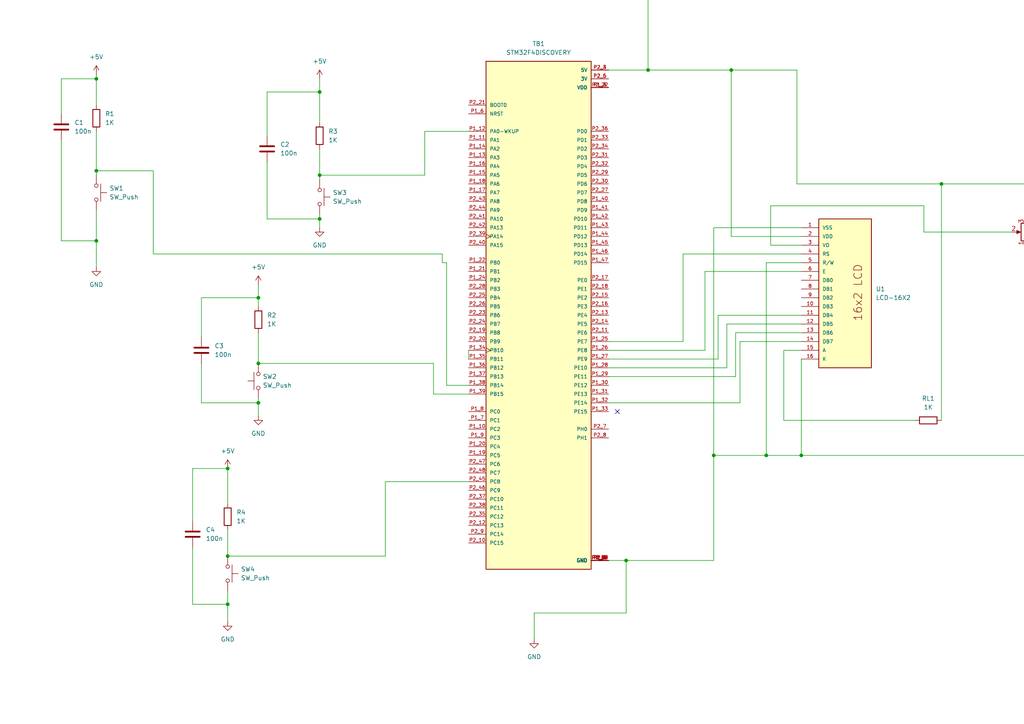
<source format=kicad_sch>
(kicad_sch
	(version 20231120)
	(generator "eeschema")
	(generator_version "8.0")
	(uuid "28c6e06d-a9f3-48c4-a7a8-760a18fe5dda")
	(paper "A4")
	(lib_symbols
		(symbol "Connector:Screw_Terminal_01x02"
			(pin_names
				(offset 1.016) hide)
			(exclude_from_sim no)
			(in_bom yes)
			(on_board yes)
			(property "Reference" "J"
				(at 0 2.54 0)
				(effects
					(font
						(size 1.27 1.27)
					)
				)
			)
			(property "Value" "Screw_Terminal_01x02"
				(at 0 -5.08 0)
				(effects
					(font
						(size 1.27 1.27)
					)
				)
			)
			(property "Footprint" ""
				(at 0 0 0)
				(effects
					(font
						(size 1.27 1.27)
					)
					(hide yes)
				)
			)
			(property "Datasheet" "~"
				(at 0 0 0)
				(effects
					(font
						(size 1.27 1.27)
					)
					(hide yes)
				)
			)
			(property "Description" "Generic screw terminal, single row, 01x02, script generated (kicad-library-utils/schlib/autogen/connector/)"
				(at 0 0 0)
				(effects
					(font
						(size 1.27 1.27)
					)
					(hide yes)
				)
			)
			(property "ki_keywords" "screw terminal"
				(at 0 0 0)
				(effects
					(font
						(size 1.27 1.27)
					)
					(hide yes)
				)
			)
			(property "ki_fp_filters" "TerminalBlock*:*"
				(at 0 0 0)
				(effects
					(font
						(size 1.27 1.27)
					)
					(hide yes)
				)
			)
			(symbol "Screw_Terminal_01x02_1_1"
				(rectangle
					(start -1.27 1.27)
					(end 1.27 -3.81)
					(stroke
						(width 0.254)
						(type default)
					)
					(fill
						(type background)
					)
				)
				(circle
					(center 0 -2.54)
					(radius 0.635)
					(stroke
						(width 0.1524)
						(type default)
					)
					(fill
						(type none)
					)
				)
				(polyline
					(pts
						(xy -0.5334 -2.2098) (xy 0.3302 -3.048)
					)
					(stroke
						(width 0.1524)
						(type default)
					)
					(fill
						(type none)
					)
				)
				(polyline
					(pts
						(xy -0.5334 0.3302) (xy 0.3302 -0.508)
					)
					(stroke
						(width 0.1524)
						(type default)
					)
					(fill
						(type none)
					)
				)
				(polyline
					(pts
						(xy -0.3556 -2.032) (xy 0.508 -2.8702)
					)
					(stroke
						(width 0.1524)
						(type default)
					)
					(fill
						(type none)
					)
				)
				(polyline
					(pts
						(xy -0.3556 0.508) (xy 0.508 -0.3302)
					)
					(stroke
						(width 0.1524)
						(type default)
					)
					(fill
						(type none)
					)
				)
				(circle
					(center 0 0)
					(radius 0.635)
					(stroke
						(width 0.1524)
						(type default)
					)
					(fill
						(type none)
					)
				)
				(pin passive line
					(at -5.08 0 0)
					(length 3.81)
					(name "Pin_1"
						(effects
							(font
								(size 1.27 1.27)
							)
						)
					)
					(number "1"
						(effects
							(font
								(size 1.27 1.27)
							)
						)
					)
				)
				(pin passive line
					(at -5.08 -2.54 0)
					(length 3.81)
					(name "Pin_2"
						(effects
							(font
								(size 1.27 1.27)
							)
						)
					)
					(number "2"
						(effects
							(font
								(size 1.27 1.27)
							)
						)
					)
				)
			)
		)
		(symbol "Device:C"
			(pin_numbers hide)
			(pin_names
				(offset 0.254)
			)
			(exclude_from_sim no)
			(in_bom yes)
			(on_board yes)
			(property "Reference" "C"
				(at 0.635 2.54 0)
				(effects
					(font
						(size 1.27 1.27)
					)
					(justify left)
				)
			)
			(property "Value" "C"
				(at 0.635 -2.54 0)
				(effects
					(font
						(size 1.27 1.27)
					)
					(justify left)
				)
			)
			(property "Footprint" ""
				(at 0.9652 -3.81 0)
				(effects
					(font
						(size 1.27 1.27)
					)
					(hide yes)
				)
			)
			(property "Datasheet" "~"
				(at 0 0 0)
				(effects
					(font
						(size 1.27 1.27)
					)
					(hide yes)
				)
			)
			(property "Description" "Unpolarized capacitor"
				(at 0 0 0)
				(effects
					(font
						(size 1.27 1.27)
					)
					(hide yes)
				)
			)
			(property "ki_keywords" "cap capacitor"
				(at 0 0 0)
				(effects
					(font
						(size 1.27 1.27)
					)
					(hide yes)
				)
			)
			(property "ki_fp_filters" "C_*"
				(at 0 0 0)
				(effects
					(font
						(size 1.27 1.27)
					)
					(hide yes)
				)
			)
			(symbol "C_0_1"
				(polyline
					(pts
						(xy -2.032 -0.762) (xy 2.032 -0.762)
					)
					(stroke
						(width 0.508)
						(type default)
					)
					(fill
						(type none)
					)
				)
				(polyline
					(pts
						(xy -2.032 0.762) (xy 2.032 0.762)
					)
					(stroke
						(width 0.508)
						(type default)
					)
					(fill
						(type none)
					)
				)
			)
			(symbol "C_1_1"
				(pin passive line
					(at 0 3.81 270)
					(length 2.794)
					(name "~"
						(effects
							(font
								(size 1.27 1.27)
							)
						)
					)
					(number "1"
						(effects
							(font
								(size 1.27 1.27)
							)
						)
					)
				)
				(pin passive line
					(at 0 -3.81 90)
					(length 2.794)
					(name "~"
						(effects
							(font
								(size 1.27 1.27)
							)
						)
					)
					(number "2"
						(effects
							(font
								(size 1.27 1.27)
							)
						)
					)
				)
			)
		)
		(symbol "Device:D_Schottky"
			(pin_numbers hide)
			(pin_names
				(offset 1.016) hide)
			(exclude_from_sim no)
			(in_bom yes)
			(on_board yes)
			(property "Reference" "D"
				(at 0 2.54 0)
				(effects
					(font
						(size 1.27 1.27)
					)
				)
			)
			(property "Value" "D_Schottky"
				(at 0 -2.54 0)
				(effects
					(font
						(size 1.27 1.27)
					)
				)
			)
			(property "Footprint" ""
				(at 0 0 0)
				(effects
					(font
						(size 1.27 1.27)
					)
					(hide yes)
				)
			)
			(property "Datasheet" "~"
				(at 0 0 0)
				(effects
					(font
						(size 1.27 1.27)
					)
					(hide yes)
				)
			)
			(property "Description" "Schottky diode"
				(at 0 0 0)
				(effects
					(font
						(size 1.27 1.27)
					)
					(hide yes)
				)
			)
			(property "ki_keywords" "diode Schottky"
				(at 0 0 0)
				(effects
					(font
						(size 1.27 1.27)
					)
					(hide yes)
				)
			)
			(property "ki_fp_filters" "TO-???* *_Diode_* *SingleDiode* D_*"
				(at 0 0 0)
				(effects
					(font
						(size 1.27 1.27)
					)
					(hide yes)
				)
			)
			(symbol "D_Schottky_0_1"
				(polyline
					(pts
						(xy 1.27 0) (xy -1.27 0)
					)
					(stroke
						(width 0)
						(type default)
					)
					(fill
						(type none)
					)
				)
				(polyline
					(pts
						(xy 1.27 1.27) (xy 1.27 -1.27) (xy -1.27 0) (xy 1.27 1.27)
					)
					(stroke
						(width 0.254)
						(type default)
					)
					(fill
						(type none)
					)
				)
				(polyline
					(pts
						(xy -1.905 0.635) (xy -1.905 1.27) (xy -1.27 1.27) (xy -1.27 -1.27) (xy -0.635 -1.27) (xy -0.635 -0.635)
					)
					(stroke
						(width 0.254)
						(type default)
					)
					(fill
						(type none)
					)
				)
			)
			(symbol "D_Schottky_1_1"
				(pin passive line
					(at -3.81 0 0)
					(length 2.54)
					(name "K"
						(effects
							(font
								(size 1.27 1.27)
							)
						)
					)
					(number "1"
						(effects
							(font
								(size 1.27 1.27)
							)
						)
					)
				)
				(pin passive line
					(at 3.81 0 180)
					(length 2.54)
					(name "A"
						(effects
							(font
								(size 1.27 1.27)
							)
						)
					)
					(number "2"
						(effects
							(font
								(size 1.27 1.27)
							)
						)
					)
				)
			)
		)
		(symbol "Device:R"
			(pin_numbers hide)
			(pin_names
				(offset 0)
			)
			(exclude_from_sim no)
			(in_bom yes)
			(on_board yes)
			(property "Reference" "R"
				(at 2.032 0 90)
				(effects
					(font
						(size 1.27 1.27)
					)
				)
			)
			(property "Value" "R"
				(at 0 0 90)
				(effects
					(font
						(size 1.27 1.27)
					)
				)
			)
			(property "Footprint" ""
				(at -1.778 0 90)
				(effects
					(font
						(size 1.27 1.27)
					)
					(hide yes)
				)
			)
			(property "Datasheet" "~"
				(at 0 0 0)
				(effects
					(font
						(size 1.27 1.27)
					)
					(hide yes)
				)
			)
			(property "Description" "Resistor"
				(at 0 0 0)
				(effects
					(font
						(size 1.27 1.27)
					)
					(hide yes)
				)
			)
			(property "ki_keywords" "R res resistor"
				(at 0 0 0)
				(effects
					(font
						(size 1.27 1.27)
					)
					(hide yes)
				)
			)
			(property "ki_fp_filters" "R_*"
				(at 0 0 0)
				(effects
					(font
						(size 1.27 1.27)
					)
					(hide yes)
				)
			)
			(symbol "R_0_1"
				(rectangle
					(start -1.016 -2.54)
					(end 1.016 2.54)
					(stroke
						(width 0.254)
						(type default)
					)
					(fill
						(type none)
					)
				)
			)
			(symbol "R_1_1"
				(pin passive line
					(at 0 3.81 270)
					(length 1.27)
					(name "~"
						(effects
							(font
								(size 1.27 1.27)
							)
						)
					)
					(number "1"
						(effects
							(font
								(size 1.27 1.27)
							)
						)
					)
				)
				(pin passive line
					(at 0 -3.81 90)
					(length 1.27)
					(name "~"
						(effects
							(font
								(size 1.27 1.27)
							)
						)
					)
					(number "2"
						(effects
							(font
								(size 1.27 1.27)
							)
						)
					)
				)
			)
		)
		(symbol "Device:R_Potentiometer"
			(pin_names
				(offset 1.016) hide)
			(exclude_from_sim no)
			(in_bom yes)
			(on_board yes)
			(property "Reference" "RV"
				(at -4.445 0 90)
				(effects
					(font
						(size 1.27 1.27)
					)
				)
			)
			(property "Value" "R_Potentiometer"
				(at -2.54 0 90)
				(effects
					(font
						(size 1.27 1.27)
					)
				)
			)
			(property "Footprint" ""
				(at 0 0 0)
				(effects
					(font
						(size 1.27 1.27)
					)
					(hide yes)
				)
			)
			(property "Datasheet" "~"
				(at 0 0 0)
				(effects
					(font
						(size 1.27 1.27)
					)
					(hide yes)
				)
			)
			(property "Description" "Potentiometer"
				(at 0 0 0)
				(effects
					(font
						(size 1.27 1.27)
					)
					(hide yes)
				)
			)
			(property "ki_keywords" "resistor variable"
				(at 0 0 0)
				(effects
					(font
						(size 1.27 1.27)
					)
					(hide yes)
				)
			)
			(property "ki_fp_filters" "Potentiometer*"
				(at 0 0 0)
				(effects
					(font
						(size 1.27 1.27)
					)
					(hide yes)
				)
			)
			(symbol "R_Potentiometer_0_1"
				(polyline
					(pts
						(xy 2.54 0) (xy 1.524 0)
					)
					(stroke
						(width 0)
						(type default)
					)
					(fill
						(type none)
					)
				)
				(polyline
					(pts
						(xy 1.143 0) (xy 2.286 0.508) (xy 2.286 -0.508) (xy 1.143 0)
					)
					(stroke
						(width 0)
						(type default)
					)
					(fill
						(type outline)
					)
				)
				(rectangle
					(start 1.016 2.54)
					(end -1.016 -2.54)
					(stroke
						(width 0.254)
						(type default)
					)
					(fill
						(type none)
					)
				)
			)
			(symbol "R_Potentiometer_1_1"
				(pin passive line
					(at 0 3.81 270)
					(length 1.27)
					(name "1"
						(effects
							(font
								(size 1.27 1.27)
							)
						)
					)
					(number "1"
						(effects
							(font
								(size 1.27 1.27)
							)
						)
					)
				)
				(pin passive line
					(at 3.81 0 180)
					(length 1.27)
					(name "2"
						(effects
							(font
								(size 1.27 1.27)
							)
						)
					)
					(number "2"
						(effects
							(font
								(size 1.27 1.27)
							)
						)
					)
				)
				(pin passive line
					(at 0 -3.81 90)
					(length 1.27)
					(name "3"
						(effects
							(font
								(size 1.27 1.27)
							)
						)
					)
					(number "3"
						(effects
							(font
								(size 1.27 1.27)
							)
						)
					)
				)
			)
		)
		(symbol "Switch:SW_Push"
			(pin_numbers hide)
			(pin_names
				(offset 1.016) hide)
			(exclude_from_sim no)
			(in_bom yes)
			(on_board yes)
			(property "Reference" "SW"
				(at 1.27 2.54 0)
				(effects
					(font
						(size 1.27 1.27)
					)
					(justify left)
				)
			)
			(property "Value" "SW_Push"
				(at 0 -1.524 0)
				(effects
					(font
						(size 1.27 1.27)
					)
				)
			)
			(property "Footprint" ""
				(at 0 5.08 0)
				(effects
					(font
						(size 1.27 1.27)
					)
					(hide yes)
				)
			)
			(property "Datasheet" "~"
				(at 0 5.08 0)
				(effects
					(font
						(size 1.27 1.27)
					)
					(hide yes)
				)
			)
			(property "Description" "Push button switch, generic, two pins"
				(at 0 0 0)
				(effects
					(font
						(size 1.27 1.27)
					)
					(hide yes)
				)
			)
			(property "ki_keywords" "switch normally-open pushbutton push-button"
				(at 0 0 0)
				(effects
					(font
						(size 1.27 1.27)
					)
					(hide yes)
				)
			)
			(symbol "SW_Push_0_1"
				(circle
					(center -2.032 0)
					(radius 0.508)
					(stroke
						(width 0)
						(type default)
					)
					(fill
						(type none)
					)
				)
				(polyline
					(pts
						(xy 0 1.27) (xy 0 3.048)
					)
					(stroke
						(width 0)
						(type default)
					)
					(fill
						(type none)
					)
				)
				(polyline
					(pts
						(xy 2.54 1.27) (xy -2.54 1.27)
					)
					(stroke
						(width 0)
						(type default)
					)
					(fill
						(type none)
					)
				)
				(circle
					(center 2.032 0)
					(radius 0.508)
					(stroke
						(width 0)
						(type default)
					)
					(fill
						(type none)
					)
				)
				(pin passive line
					(at -5.08 0 0)
					(length 2.54)
					(name "1"
						(effects
							(font
								(size 1.27 1.27)
							)
						)
					)
					(number "1"
						(effects
							(font
								(size 1.27 1.27)
							)
						)
					)
				)
				(pin passive line
					(at 5.08 0 180)
					(length 2.54)
					(name "2"
						(effects
							(font
								(size 1.27 1.27)
							)
						)
					)
					(number "2"
						(effects
							(font
								(size 1.27 1.27)
							)
						)
					)
				)
			)
		)
		(symbol "Switch:SW_Wuerth_450301014042"
			(pin_names
				(offset 1) hide)
			(exclude_from_sim no)
			(in_bom yes)
			(on_board yes)
			(property "Reference" "SW"
				(at 0 5.08 0)
				(effects
					(font
						(size 1.27 1.27)
					)
				)
			)
			(property "Value" "SW_Wuerth_450301014042"
				(at 0 -5.08 0)
				(effects
					(font
						(size 1.27 1.27)
					)
				)
			)
			(property "Footprint" "Button_Switch_THT:SW_Slide-03_Wuerth-WS-SLTV_10x2.5x6.4_P2.54mm"
				(at 0 -10.16 0)
				(effects
					(font
						(size 1.27 1.27)
					)
					(hide yes)
				)
			)
			(property "Datasheet" "https://www.we-online.com/components/products/datasheet/450301014042.pdf"
				(at 0 -7.62 0)
				(effects
					(font
						(size 1.27 1.27)
					)
					(hide yes)
				)
			)
			(property "Description" "Switch slide, single pole double throw"
				(at 0 0 0)
				(effects
					(font
						(size 1.27 1.27)
					)
					(hide yes)
				)
			)
			(property "ki_keywords" "changeover single-pole opposite-side-connection double-throw spdt ON-ON"
				(at 0 0 0)
				(effects
					(font
						(size 1.27 1.27)
					)
					(hide yes)
				)
			)
			(property "ki_fp_filters" "SW*Wuerth*WS*SLTV*10x2.5x6.4*P2.54mm*"
				(at 0 0 0)
				(effects
					(font
						(size 1.27 1.27)
					)
					(hide yes)
				)
			)
			(symbol "SW_Wuerth_450301014042_0_1"
				(circle
					(center -2.032 0)
					(radius 0.4572)
					(stroke
						(width 0)
						(type default)
					)
					(fill
						(type none)
					)
				)
				(polyline
					(pts
						(xy -1.651 0.254) (xy 1.651 2.286)
					)
					(stroke
						(width 0)
						(type default)
					)
					(fill
						(type none)
					)
				)
				(circle
					(center 2.032 -2.54)
					(radius 0.4572)
					(stroke
						(width 0)
						(type default)
					)
					(fill
						(type none)
					)
				)
				(circle
					(center 2.032 2.54)
					(radius 0.4572)
					(stroke
						(width 0)
						(type default)
					)
					(fill
						(type none)
					)
				)
			)
			(symbol "SW_Wuerth_450301014042_1_1"
				(rectangle
					(start -3.175 3.81)
					(end 3.175 -3.81)
					(stroke
						(width 0)
						(type default)
					)
					(fill
						(type background)
					)
				)
				(pin passive line
					(at -5.08 0 0)
					(length 2.54)
					(name "B"
						(effects
							(font
								(size 1.27 1.27)
							)
						)
					)
					(number "1"
						(effects
							(font
								(size 1.27 1.27)
							)
						)
					)
				)
				(pin passive line
					(at 5.08 -2.54 180)
					(length 2.54)
					(name "C"
						(effects
							(font
								(size 1.27 1.27)
							)
						)
					)
					(number "2"
						(effects
							(font
								(size 1.27 1.27)
							)
						)
					)
				)
				(pin passive line
					(at 5.08 2.54 180)
					(length 2.54)
					(name "A"
						(effects
							(font
								(size 1.27 1.27)
							)
						)
					)
					(number "3"
						(effects
							(font
								(size 1.27 1.27)
							)
						)
					)
				)
			)
		)
		(symbol "lcddd:LCD-16X2"
			(pin_names
				(offset 1.016)
			)
			(exclude_from_sim no)
			(in_bom yes)
			(on_board yes)
			(property "Reference" "U"
				(at -7.62 23.368 0)
				(effects
					(font
						(size 1.27 1.27)
					)
					(justify left bottom)
				)
			)
			(property "Value" "LCD-16X2"
				(at -7.62 -22.86 0)
				(effects
					(font
						(size 1.27 1.27)
					)
					(justify left bottom)
				)
			)
			(property "Footprint" "LCD-16X2:MODULE_LCD-16X2"
				(at 0 0 0)
				(effects
					(font
						(size 1.27 1.27)
					)
					(justify bottom)
					(hide yes)
				)
			)
			(property "Datasheet" ""
				(at 0 0 0)
				(effects
					(font
						(size 1.27 1.27)
					)
					(hide yes)
				)
			)
			(property "Description" ""
				(at 0 0 0)
				(effects
					(font
						(size 1.27 1.27)
					)
					(hide yes)
				)
			)
			(property "MF" "Gravitech"
				(at 0 0 0)
				(effects
					(font
						(size 1.27 1.27)
					)
					(justify bottom)
					(hide yes)
				)
			)
			(property "MAXIMUM_PACKAGE_HEIGHT" "14 mm"
				(at 0 0 0)
				(effects
					(font
						(size 1.27 1.27)
					)
					(justify bottom)
					(hide yes)
				)
			)
			(property "Package" "None"
				(at 0 0 0)
				(effects
					(font
						(size 1.27 1.27)
					)
					(justify bottom)
					(hide yes)
				)
			)
			(property "Price" "None"
				(at 0 0 0)
				(effects
					(font
						(size 1.27 1.27)
					)
					(justify bottom)
					(hide yes)
				)
			)
			(property "Check_prices" "https://www.snapeda.com/parts/LCD-16X2/Gravitech/view-part/?ref=eda"
				(at 0 0 0)
				(effects
					(font
						(size 1.27 1.27)
					)
					(justify bottom)
					(hide yes)
				)
			)
			(property "STANDARD" "Manufacturer Recommendations"
				(at 0 0 0)
				(effects
					(font
						(size 1.27 1.27)
					)
					(justify bottom)
					(hide yes)
				)
			)
			(property "PARTREV" "N/A"
				(at 0 0 0)
				(effects
					(font
						(size 1.27 1.27)
					)
					(justify bottom)
					(hide yes)
				)
			)
			(property "SnapEDA_Link" "https://www.snapeda.com/parts/LCD-16X2/Gravitech/view-part/?ref=snap"
				(at 0 0 0)
				(effects
					(font
						(size 1.27 1.27)
					)
					(justify bottom)
					(hide yes)
				)
			)
			(property "MP" "LCD-16X2"
				(at 0 0 0)
				(effects
					(font
						(size 1.27 1.27)
					)
					(justify bottom)
					(hide yes)
				)
			)
			(property "Description_1" "\n                        \n                            Display Development Tools 16x2 Black on Green Char LCD w Backlight\n                        \n"
				(at 0 0 0)
				(effects
					(font
						(size 1.27 1.27)
					)
					(justify bottom)
					(hide yes)
				)
			)
			(property "Availability" "Not in stock"
				(at 0 0 0)
				(effects
					(font
						(size 1.27 1.27)
					)
					(justify bottom)
					(hide yes)
				)
			)
			(property "MANUFACTURER" "Gravitech"
				(at 0 0 0)
				(effects
					(font
						(size 1.27 1.27)
					)
					(justify bottom)
					(hide yes)
				)
			)
			(symbol "LCD-16X2_0_0"
				(rectangle
					(start -7.62 -20.32)
					(end 7.62 22.86)
					(stroke
						(width 0.254)
						(type default)
					)
					(fill
						(type background)
					)
				)
				(text "16x2 LCD"
					(at 5.08 -6.858 900)
					(effects
						(font
							(size 2.286 2.286)
						)
						(justify left bottom)
					)
				)
				(pin power_in line
					(at -12.7 20.32 0)
					(length 5.08)
					(name "VSS"
						(effects
							(font
								(size 1.016 1.016)
							)
						)
					)
					(number "1"
						(effects
							(font
								(size 1.016 1.016)
							)
						)
					)
				)
				(pin bidirectional line
					(at -12.7 -2.54 0)
					(length 5.08)
					(name "DB3"
						(effects
							(font
								(size 1.016 1.016)
							)
						)
					)
					(number "10"
						(effects
							(font
								(size 1.016 1.016)
							)
						)
					)
				)
				(pin bidirectional line
					(at -12.7 -5.08 0)
					(length 5.08)
					(name "DB4"
						(effects
							(font
								(size 1.016 1.016)
							)
						)
					)
					(number "11"
						(effects
							(font
								(size 1.016 1.016)
							)
						)
					)
				)
				(pin bidirectional line
					(at -12.7 -7.62 0)
					(length 5.08)
					(name "DB5"
						(effects
							(font
								(size 1.016 1.016)
							)
						)
					)
					(number "12"
						(effects
							(font
								(size 1.016 1.016)
							)
						)
					)
				)
				(pin bidirectional line
					(at -12.7 -10.16 0)
					(length 5.08)
					(name "DB6"
						(effects
							(font
								(size 1.016 1.016)
							)
						)
					)
					(number "13"
						(effects
							(font
								(size 1.016 1.016)
							)
						)
					)
				)
				(pin bidirectional line
					(at -12.7 -12.7 0)
					(length 5.08)
					(name "DB7"
						(effects
							(font
								(size 1.016 1.016)
							)
						)
					)
					(number "14"
						(effects
							(font
								(size 1.016 1.016)
							)
						)
					)
				)
				(pin power_in line
					(at -12.7 -15.24 0)
					(length 5.08)
					(name "A"
						(effects
							(font
								(size 1.016 1.016)
							)
						)
					)
					(number "15"
						(effects
							(font
								(size 1.016 1.016)
							)
						)
					)
				)
				(pin power_in line
					(at -12.7 -17.78 0)
					(length 5.08)
					(name "K"
						(effects
							(font
								(size 1.016 1.016)
							)
						)
					)
					(number "16"
						(effects
							(font
								(size 1.016 1.016)
							)
						)
					)
				)
				(pin power_in line
					(at -12.7 17.78 0)
					(length 5.08)
					(name "VDD"
						(effects
							(font
								(size 1.016 1.016)
							)
						)
					)
					(number "2"
						(effects
							(font
								(size 1.016 1.016)
							)
						)
					)
				)
				(pin bidirectional line
					(at -12.7 15.24 0)
					(length 5.08)
					(name "VO"
						(effects
							(font
								(size 1.016 1.016)
							)
						)
					)
					(number "3"
						(effects
							(font
								(size 1.016 1.016)
							)
						)
					)
				)
				(pin input line
					(at -12.7 12.7 0)
					(length 5.08)
					(name "RS"
						(effects
							(font
								(size 1.016 1.016)
							)
						)
					)
					(number "4"
						(effects
							(font
								(size 1.016 1.016)
							)
						)
					)
				)
				(pin input line
					(at -12.7 10.16 0)
					(length 5.08)
					(name "R/W"
						(effects
							(font
								(size 1.016 1.016)
							)
						)
					)
					(number "5"
						(effects
							(font
								(size 1.016 1.016)
							)
						)
					)
				)
				(pin input line
					(at -12.7 7.62 0)
					(length 5.08)
					(name "E"
						(effects
							(font
								(size 1.016 1.016)
							)
						)
					)
					(number "6"
						(effects
							(font
								(size 1.016 1.016)
							)
						)
					)
				)
				(pin bidirectional line
					(at -12.7 5.08 0)
					(length 5.08)
					(name "DB0"
						(effects
							(font
								(size 1.016 1.016)
							)
						)
					)
					(number "7"
						(effects
							(font
								(size 1.016 1.016)
							)
						)
					)
				)
				(pin bidirectional line
					(at -12.7 2.54 0)
					(length 5.08)
					(name "DB1"
						(effects
							(font
								(size 1.016 1.016)
							)
						)
					)
					(number "8"
						(effects
							(font
								(size 1.016 1.016)
							)
						)
					)
				)
				(pin bidirectional line
					(at -12.7 0 0)
					(length 5.08)
					(name "DB2"
						(effects
							(font
								(size 1.016 1.016)
							)
						)
					)
					(number "9"
						(effects
							(font
								(size 1.016 1.016)
							)
						)
					)
				)
			)
		)
		(symbol "power:+5V"
			(power)
			(pin_numbers hide)
			(pin_names
				(offset 0) hide)
			(exclude_from_sim no)
			(in_bom yes)
			(on_board yes)
			(property "Reference" "#PWR"
				(at 0 -3.81 0)
				(effects
					(font
						(size 1.27 1.27)
					)
					(hide yes)
				)
			)
			(property "Value" "+5V"
				(at 0 3.556 0)
				(effects
					(font
						(size 1.27 1.27)
					)
				)
			)
			(property "Footprint" ""
				(at 0 0 0)
				(effects
					(font
						(size 1.27 1.27)
					)
					(hide yes)
				)
			)
			(property "Datasheet" ""
				(at 0 0 0)
				(effects
					(font
						(size 1.27 1.27)
					)
					(hide yes)
				)
			)
			(property "Description" "Power symbol creates a global label with name \"+5V\""
				(at 0 0 0)
				(effects
					(font
						(size 1.27 1.27)
					)
					(hide yes)
				)
			)
			(property "ki_keywords" "global power"
				(at 0 0 0)
				(effects
					(font
						(size 1.27 1.27)
					)
					(hide yes)
				)
			)
			(symbol "+5V_0_1"
				(polyline
					(pts
						(xy -0.762 1.27) (xy 0 2.54)
					)
					(stroke
						(width 0)
						(type default)
					)
					(fill
						(type none)
					)
				)
				(polyline
					(pts
						(xy 0 0) (xy 0 2.54)
					)
					(stroke
						(width 0)
						(type default)
					)
					(fill
						(type none)
					)
				)
				(polyline
					(pts
						(xy 0 2.54) (xy 0.762 1.27)
					)
					(stroke
						(width 0)
						(type default)
					)
					(fill
						(type none)
					)
				)
			)
			(symbol "+5V_1_1"
				(pin power_in line
					(at 0 0 90)
					(length 0)
					(name "~"
						(effects
							(font
								(size 1.27 1.27)
							)
						)
					)
					(number "1"
						(effects
							(font
								(size 1.27 1.27)
							)
						)
					)
				)
			)
		)
		(symbol "power:GND"
			(power)
			(pin_numbers hide)
			(pin_names
				(offset 0) hide)
			(exclude_from_sim no)
			(in_bom yes)
			(on_board yes)
			(property "Reference" "#PWR"
				(at 0 -6.35 0)
				(effects
					(font
						(size 1.27 1.27)
					)
					(hide yes)
				)
			)
			(property "Value" "GND"
				(at 0 -3.81 0)
				(effects
					(font
						(size 1.27 1.27)
					)
				)
			)
			(property "Footprint" ""
				(at 0 0 0)
				(effects
					(font
						(size 1.27 1.27)
					)
					(hide yes)
				)
			)
			(property "Datasheet" ""
				(at 0 0 0)
				(effects
					(font
						(size 1.27 1.27)
					)
					(hide yes)
				)
			)
			(property "Description" "Power symbol creates a global label with name \"GND\" , ground"
				(at 0 0 0)
				(effects
					(font
						(size 1.27 1.27)
					)
					(hide yes)
				)
			)
			(property "ki_keywords" "global power"
				(at 0 0 0)
				(effects
					(font
						(size 1.27 1.27)
					)
					(hide yes)
				)
			)
			(symbol "GND_0_1"
				(polyline
					(pts
						(xy 0 0) (xy 0 -1.27) (xy 1.27 -1.27) (xy 0 -2.54) (xy -1.27 -1.27) (xy 0 -1.27)
					)
					(stroke
						(width 0)
						(type default)
					)
					(fill
						(type none)
					)
				)
			)
			(symbol "GND_1_1"
				(pin power_in line
					(at 0 0 270)
					(length 0)
					(name "~"
						(effects
							(font
								(size 1.27 1.27)
							)
						)
					)
					(number "1"
						(effects
							(font
								(size 1.27 1.27)
							)
						)
					)
				)
			)
		)
		(symbol "stm32:STM32F4DISCOVERY"
			(pin_names
				(offset 1.016)
			)
			(exclude_from_sim no)
			(in_bom yes)
			(on_board yes)
			(property "Reference" "TB"
				(at -15.2416 74.1716 0)
				(effects
					(font
						(size 1.27 1.27)
					)
					(justify left bottom)
				)
			)
			(property "Value" "STM32F4DISCOVERY"
				(at -15.2403 -76.2007 0)
				(effects
					(font
						(size 1.27 1.27)
					)
					(justify left bottom)
				)
			)
			(property "Footprint" "STM32F4DISCOVERY:MODULE_STM32F4DISCOVERY"
				(at 0 0 0)
				(effects
					(font
						(size 1.27 1.27)
					)
					(justify bottom)
					(hide yes)
				)
			)
			(property "Datasheet" ""
				(at 0 0 0)
				(effects
					(font
						(size 1.27 1.27)
					)
					(hide yes)
				)
			)
			(property "Description" ""
				(at 0 0 0)
				(effects
					(font
						(size 1.27 1.27)
					)
					(hide yes)
				)
			)
			(property "MF" "STMicroelectronics"
				(at 0 0 0)
				(effects
					(font
						(size 1.27 1.27)
					)
					(justify bottom)
					(hide yes)
				)
			)
			(property "Description_1" "\n                        \n                            STM32F407VGT6 Discovery STM32F4 ARM® Cortex®-M4 MCU 32-Bit Embedded Evaluation Board\n                        \n"
				(at 0 0 0)
				(effects
					(font
						(size 1.27 1.27)
					)
					(justify bottom)
					(hide yes)
				)
			)
			(property "Package" "None"
				(at 0 0 0)
				(effects
					(font
						(size 1.27 1.27)
					)
					(justify bottom)
					(hide yes)
				)
			)
			(property "Price" "None"
				(at 0 0 0)
				(effects
					(font
						(size 1.27 1.27)
					)
					(justify bottom)
					(hide yes)
				)
			)
			(property "STANDARD" "Manufacturer Recommendations"
				(at 0 0 0)
				(effects
					(font
						(size 1.27 1.27)
					)
					(justify bottom)
					(hide yes)
				)
			)
			(property "PARTREV" "6"
				(at 0 0 0)
				(effects
					(font
						(size 1.27 1.27)
					)
					(justify bottom)
					(hide yes)
				)
			)
			(property "SnapEDA_Link" "https://www.snapeda.com/parts/STM32F4DISCOVERY/STMicroelectronics/view-part/?ref=snap"
				(at 0 0 0)
				(effects
					(font
						(size 1.27 1.27)
					)
					(justify bottom)
					(hide yes)
				)
			)
			(property "MP" "STM32F4DISCOVERY"
				(at 0 0 0)
				(effects
					(font
						(size 1.27 1.27)
					)
					(justify bottom)
					(hide yes)
				)
			)
			(property "Availability" "In Stock"
				(at 0 0 0)
				(effects
					(font
						(size 1.27 1.27)
					)
					(justify bottom)
					(hide yes)
				)
			)
			(property "Check_prices" "https://www.snapeda.com/parts/STM32F4DISCOVERY/STMicroelectronics/view-part/?ref=eda"
				(at 0 0 0)
				(effects
					(font
						(size 1.27 1.27)
					)
					(justify bottom)
					(hide yes)
				)
			)
			(symbol "STM32F4DISCOVERY_0_0"
				(rectangle
					(start -15.24 -73.66)
					(end 15.24 73.66)
					(stroke
						(width 0.254)
						(type default)
					)
					(fill
						(type background)
					)
				)
				(pin power_in line
					(at 20.32 -71.12 180)
					(length 5.08)
					(name "GND"
						(effects
							(font
								(size 1.016 1.016)
							)
						)
					)
					(number "P1_1"
						(effects
							(font
								(size 1.016 1.016)
							)
						)
					)
				)
				(pin bidirectional line
					(at -20.32 -33.02 0)
					(length 5.08)
					(name "PC2"
						(effects
							(font
								(size 1.016 1.016)
							)
						)
					)
					(number "P1_10"
						(effects
							(font
								(size 1.016 1.016)
							)
						)
					)
				)
				(pin bidirectional line
					(at -20.32 50.8 0)
					(length 5.08)
					(name "PA1"
						(effects
							(font
								(size 1.016 1.016)
							)
						)
					)
					(number "P1_11"
						(effects
							(font
								(size 1.016 1.016)
							)
						)
					)
				)
				(pin bidirectional line
					(at -20.32 53.34 0)
					(length 5.08)
					(name "PA0-WKUP"
						(effects
							(font
								(size 1.016 1.016)
							)
						)
					)
					(number "P1_12"
						(effects
							(font
								(size 1.016 1.016)
							)
						)
					)
				)
				(pin bidirectional line
					(at -20.32 45.72 0)
					(length 5.08)
					(name "PA3"
						(effects
							(font
								(size 1.016 1.016)
							)
						)
					)
					(number "P1_13"
						(effects
							(font
								(size 1.016 1.016)
							)
						)
					)
				)
				(pin bidirectional line
					(at -20.32 48.26 0)
					(length 5.08)
					(name "PA2"
						(effects
							(font
								(size 1.016 1.016)
							)
						)
					)
					(number "P1_14"
						(effects
							(font
								(size 1.016 1.016)
							)
						)
					)
				)
				(pin bidirectional line
					(at -20.32 40.64 0)
					(length 5.08)
					(name "PA5"
						(effects
							(font
								(size 1.016 1.016)
							)
						)
					)
					(number "P1_15"
						(effects
							(font
								(size 1.016 1.016)
							)
						)
					)
				)
				(pin bidirectional line
					(at -20.32 43.18 0)
					(length 5.08)
					(name "PA4"
						(effects
							(font
								(size 1.016 1.016)
							)
						)
					)
					(number "P1_16"
						(effects
							(font
								(size 1.016 1.016)
							)
						)
					)
				)
				(pin bidirectional line
					(at -20.32 35.56 0)
					(length 5.08)
					(name "PA7"
						(effects
							(font
								(size 1.016 1.016)
							)
						)
					)
					(number "P1_17"
						(effects
							(font
								(size 1.016 1.016)
							)
						)
					)
				)
				(pin bidirectional line
					(at -20.32 38.1 0)
					(length 5.08)
					(name "PA6"
						(effects
							(font
								(size 1.016 1.016)
							)
						)
					)
					(number "P1_18"
						(effects
							(font
								(size 1.016 1.016)
							)
						)
					)
				)
				(pin bidirectional line
					(at -20.32 -40.64 0)
					(length 5.08)
					(name "PC5"
						(effects
							(font
								(size 1.016 1.016)
							)
						)
					)
					(number "P1_19"
						(effects
							(font
								(size 1.016 1.016)
							)
						)
					)
				)
				(pin power_in line
					(at 20.32 -71.12 180)
					(length 5.08)
					(name "GND"
						(effects
							(font
								(size 1.016 1.016)
							)
						)
					)
					(number "P1_2"
						(effects
							(font
								(size 1.016 1.016)
							)
						)
					)
				)
				(pin bidirectional line
					(at -20.32 -38.1 0)
					(length 5.08)
					(name "PC4"
						(effects
							(font
								(size 1.016 1.016)
							)
						)
					)
					(number "P1_20"
						(effects
							(font
								(size 1.016 1.016)
							)
						)
					)
				)
				(pin bidirectional line
					(at -20.32 12.7 0)
					(length 5.08)
					(name "PB1"
						(effects
							(font
								(size 1.016 1.016)
							)
						)
					)
					(number "P1_21"
						(effects
							(font
								(size 1.016 1.016)
							)
						)
					)
				)
				(pin bidirectional line
					(at -20.32 15.24 0)
					(length 5.08)
					(name "PB0"
						(effects
							(font
								(size 1.016 1.016)
							)
						)
					)
					(number "P1_22"
						(effects
							(font
								(size 1.016 1.016)
							)
						)
					)
				)
				(pin power_in line
					(at 20.32 -71.12 180)
					(length 5.08)
					(name "GND"
						(effects
							(font
								(size 1.016 1.016)
							)
						)
					)
					(number "P1_23"
						(effects
							(font
								(size 1.016 1.016)
							)
						)
					)
				)
				(pin bidirectional line
					(at -20.32 10.16 0)
					(length 5.08)
					(name "PB2"
						(effects
							(font
								(size 1.016 1.016)
							)
						)
					)
					(number "P1_24"
						(effects
							(font
								(size 1.016 1.016)
							)
						)
					)
				)
				(pin bidirectional line
					(at 20.32 -7.62 180)
					(length 5.08)
					(name "PE7"
						(effects
							(font
								(size 1.016 1.016)
							)
						)
					)
					(number "P1_25"
						(effects
							(font
								(size 1.016 1.016)
							)
						)
					)
				)
				(pin bidirectional line
					(at 20.32 -10.16 180)
					(length 5.08)
					(name "PE8"
						(effects
							(font
								(size 1.016 1.016)
							)
						)
					)
					(number "P1_26"
						(effects
							(font
								(size 1.016 1.016)
							)
						)
					)
				)
				(pin bidirectional line
					(at 20.32 -12.7 180)
					(length 5.08)
					(name "PE9"
						(effects
							(font
								(size 1.016 1.016)
							)
						)
					)
					(number "P1_27"
						(effects
							(font
								(size 1.016 1.016)
							)
						)
					)
				)
				(pin bidirectional line
					(at 20.32 -15.24 180)
					(length 5.08)
					(name "PE10"
						(effects
							(font
								(size 1.016 1.016)
							)
						)
					)
					(number "P1_28"
						(effects
							(font
								(size 1.016 1.016)
							)
						)
					)
				)
				(pin bidirectional line
					(at 20.32 -17.78 180)
					(length 5.08)
					(name "PE11"
						(effects
							(font
								(size 1.016 1.016)
							)
						)
					)
					(number "P1_29"
						(effects
							(font
								(size 1.016 1.016)
							)
						)
					)
				)
				(pin power_in line
					(at 20.32 66.04 180)
					(length 5.08)
					(name "VDD"
						(effects
							(font
								(size 1.016 1.016)
							)
						)
					)
					(number "P1_3"
						(effects
							(font
								(size 1.016 1.016)
							)
						)
					)
				)
				(pin bidirectional line
					(at 20.32 -20.32 180)
					(length 5.08)
					(name "PE12"
						(effects
							(font
								(size 1.016 1.016)
							)
						)
					)
					(number "P1_30"
						(effects
							(font
								(size 1.016 1.016)
							)
						)
					)
				)
				(pin bidirectional line
					(at 20.32 -22.86 180)
					(length 5.08)
					(name "PE13"
						(effects
							(font
								(size 1.016 1.016)
							)
						)
					)
					(number "P1_31"
						(effects
							(font
								(size 1.016 1.016)
							)
						)
					)
				)
				(pin bidirectional line
					(at 20.32 -25.4 180)
					(length 5.08)
					(name "PE14"
						(effects
							(font
								(size 1.016 1.016)
							)
						)
					)
					(number "P1_32"
						(effects
							(font
								(size 1.016 1.016)
							)
						)
					)
				)
				(pin bidirectional line
					(at 20.32 -27.94 180)
					(length 5.08)
					(name "PE15"
						(effects
							(font
								(size 1.016 1.016)
							)
						)
					)
					(number "P1_33"
						(effects
							(font
								(size 1.016 1.016)
							)
						)
					)
				)
				(pin bidirectional clock
					(at -20.32 -10.16 0)
					(length 5.08)
					(name "PB10"
						(effects
							(font
								(size 1.016 1.016)
							)
						)
					)
					(number "P1_34"
						(effects
							(font
								(size 1.016 1.016)
							)
						)
					)
				)
				(pin bidirectional line
					(at -20.32 -12.7 0)
					(length 5.08)
					(name "PB11"
						(effects
							(font
								(size 1.016 1.016)
							)
						)
					)
					(number "P1_35"
						(effects
							(font
								(size 1.016 1.016)
							)
						)
					)
				)
				(pin bidirectional line
					(at -20.32 -15.24 0)
					(length 5.08)
					(name "PB12"
						(effects
							(font
								(size 1.016 1.016)
							)
						)
					)
					(number "P1_36"
						(effects
							(font
								(size 1.016 1.016)
							)
						)
					)
				)
				(pin bidirectional line
					(at -20.32 -17.78 0)
					(length 5.08)
					(name "PB13"
						(effects
							(font
								(size 1.016 1.016)
							)
						)
					)
					(number "P1_37"
						(effects
							(font
								(size 1.016 1.016)
							)
						)
					)
				)
				(pin bidirectional line
					(at -20.32 -20.32 0)
					(length 5.08)
					(name "PB14"
						(effects
							(font
								(size 1.016 1.016)
							)
						)
					)
					(number "P1_38"
						(effects
							(font
								(size 1.016 1.016)
							)
						)
					)
				)
				(pin bidirectional line
					(at -20.32 -22.86 0)
					(length 5.08)
					(name "PB15"
						(effects
							(font
								(size 1.016 1.016)
							)
						)
					)
					(number "P1_39"
						(effects
							(font
								(size 1.016 1.016)
							)
						)
					)
				)
				(pin power_in line
					(at 20.32 66.04 180)
					(length 5.08)
					(name "VDD"
						(effects
							(font
								(size 1.016 1.016)
							)
						)
					)
					(number "P1_4"
						(effects
							(font
								(size 1.016 1.016)
							)
						)
					)
				)
				(pin bidirectional line
					(at 20.32 33.02 180)
					(length 5.08)
					(name "PD8"
						(effects
							(font
								(size 1.016 1.016)
							)
						)
					)
					(number "P1_40"
						(effects
							(font
								(size 1.016 1.016)
							)
						)
					)
				)
				(pin bidirectional line
					(at 20.32 30.48 180)
					(length 5.08)
					(name "PD9"
						(effects
							(font
								(size 1.016 1.016)
							)
						)
					)
					(number "P1_41"
						(effects
							(font
								(size 1.016 1.016)
							)
						)
					)
				)
				(pin bidirectional line
					(at 20.32 27.94 180)
					(length 5.08)
					(name "PD10"
						(effects
							(font
								(size 1.016 1.016)
							)
						)
					)
					(number "P1_42"
						(effects
							(font
								(size 1.016 1.016)
							)
						)
					)
				)
				(pin bidirectional line
					(at 20.32 25.4 180)
					(length 5.08)
					(name "PD11"
						(effects
							(font
								(size 1.016 1.016)
							)
						)
					)
					(number "P1_43"
						(effects
							(font
								(size 1.016 1.016)
							)
						)
					)
				)
				(pin bidirectional line
					(at 20.32 22.86 180)
					(length 5.08)
					(name "PD12"
						(effects
							(font
								(size 1.016 1.016)
							)
						)
					)
					(number "P1_44"
						(effects
							(font
								(size 1.016 1.016)
							)
						)
					)
				)
				(pin bidirectional line
					(at 20.32 20.32 180)
					(length 5.08)
					(name "PD13"
						(effects
							(font
								(size 1.016 1.016)
							)
						)
					)
					(number "P1_45"
						(effects
							(font
								(size 1.016 1.016)
							)
						)
					)
				)
				(pin bidirectional line
					(at 20.32 17.78 180)
					(length 5.08)
					(name "PD14"
						(effects
							(font
								(size 1.016 1.016)
							)
						)
					)
					(number "P1_46"
						(effects
							(font
								(size 1.016 1.016)
							)
						)
					)
				)
				(pin bidirectional line
					(at 20.32 15.24 180)
					(length 5.08)
					(name "PD15"
						(effects
							(font
								(size 1.016 1.016)
							)
						)
					)
					(number "P1_47"
						(effects
							(font
								(size 1.016 1.016)
							)
						)
					)
				)
				(pin power_in line
					(at 20.32 -71.12 180)
					(length 5.08)
					(name "GND"
						(effects
							(font
								(size 1.016 1.016)
							)
						)
					)
					(number "P1_49"
						(effects
							(font
								(size 1.016 1.016)
							)
						)
					)
				)
				(pin power_in line
					(at 20.32 -71.12 180)
					(length 5.08)
					(name "GND"
						(effects
							(font
								(size 1.016 1.016)
							)
						)
					)
					(number "P1_5"
						(effects
							(font
								(size 1.016 1.016)
							)
						)
					)
				)
				(pin power_in line
					(at 20.32 -71.12 180)
					(length 5.08)
					(name "GND"
						(effects
							(font
								(size 1.016 1.016)
							)
						)
					)
					(number "P1_50"
						(effects
							(font
								(size 1.016 1.016)
							)
						)
					)
				)
				(pin input line
					(at -20.32 58.42 0)
					(length 5.08)
					(name "NRST"
						(effects
							(font
								(size 1.016 1.016)
							)
						)
					)
					(number "P1_6"
						(effects
							(font
								(size 1.016 1.016)
							)
						)
					)
				)
				(pin bidirectional line
					(at -20.32 -30.48 0)
					(length 5.08)
					(name "PC1"
						(effects
							(font
								(size 1.016 1.016)
							)
						)
					)
					(number "P1_7"
						(effects
							(font
								(size 1.016 1.016)
							)
						)
					)
				)
				(pin bidirectional line
					(at -20.32 -27.94 0)
					(length 5.08)
					(name "PC0"
						(effects
							(font
								(size 1.016 1.016)
							)
						)
					)
					(number "P1_8"
						(effects
							(font
								(size 1.016 1.016)
							)
						)
					)
				)
				(pin bidirectional line
					(at -20.32 -35.56 0)
					(length 5.08)
					(name "PC3"
						(effects
							(font
								(size 1.016 1.016)
							)
						)
					)
					(number "P1_9"
						(effects
							(font
								(size 1.016 1.016)
							)
						)
					)
				)
				(pin power_in line
					(at 20.32 -71.12 180)
					(length 5.08)
					(name "GND"
						(effects
							(font
								(size 1.016 1.016)
							)
						)
					)
					(number "P2_1"
						(effects
							(font
								(size 1.016 1.016)
							)
						)
					)
				)
				(pin bidirectional line
					(at -20.32 -66.04 0)
					(length 5.08)
					(name "PC15"
						(effects
							(font
								(size 1.016 1.016)
							)
						)
					)
					(number "P2_10"
						(effects
							(font
								(size 1.016 1.016)
							)
						)
					)
				)
				(pin bidirectional line
					(at 20.32 -5.08 180)
					(length 5.08)
					(name "PE6"
						(effects
							(font
								(size 1.016 1.016)
							)
						)
					)
					(number "P2_11"
						(effects
							(font
								(size 1.016 1.016)
							)
						)
					)
				)
				(pin bidirectional line
					(at -20.32 -60.96 0)
					(length 5.08)
					(name "PC13"
						(effects
							(font
								(size 1.016 1.016)
							)
						)
					)
					(number "P2_12"
						(effects
							(font
								(size 1.016 1.016)
							)
						)
					)
				)
				(pin bidirectional line
					(at 20.32 0 180)
					(length 5.08)
					(name "PE4"
						(effects
							(font
								(size 1.016 1.016)
							)
						)
					)
					(number "P2_13"
						(effects
							(font
								(size 1.016 1.016)
							)
						)
					)
				)
				(pin bidirectional line
					(at 20.32 -2.54 180)
					(length 5.08)
					(name "PE5"
						(effects
							(font
								(size 1.016 1.016)
							)
						)
					)
					(number "P2_14"
						(effects
							(font
								(size 1.016 1.016)
							)
						)
					)
				)
				(pin bidirectional line
					(at 20.32 5.08 180)
					(length 5.08)
					(name "PE2"
						(effects
							(font
								(size 1.016 1.016)
							)
						)
					)
					(number "P2_15"
						(effects
							(font
								(size 1.016 1.016)
							)
						)
					)
				)
				(pin bidirectional line
					(at 20.32 2.54 180)
					(length 5.08)
					(name "PE3"
						(effects
							(font
								(size 1.016 1.016)
							)
						)
					)
					(number "P2_16"
						(effects
							(font
								(size 1.016 1.016)
							)
						)
					)
				)
				(pin bidirectional line
					(at 20.32 10.16 180)
					(length 5.08)
					(name "PE0"
						(effects
							(font
								(size 1.016 1.016)
							)
						)
					)
					(number "P2_17"
						(effects
							(font
								(size 1.016 1.016)
							)
						)
					)
				)
				(pin bidirectional line
					(at 20.32 7.62 180)
					(length 5.08)
					(name "PE1"
						(effects
							(font
								(size 1.016 1.016)
							)
						)
					)
					(number "P2_18"
						(effects
							(font
								(size 1.016 1.016)
							)
						)
					)
				)
				(pin bidirectional line
					(at -20.32 -5.08 0)
					(length 5.08)
					(name "PB8"
						(effects
							(font
								(size 1.016 1.016)
							)
						)
					)
					(number "P2_19"
						(effects
							(font
								(size 1.016 1.016)
							)
						)
					)
				)
				(pin power_in line
					(at 20.32 -71.12 180)
					(length 5.08)
					(name "GND"
						(effects
							(font
								(size 1.016 1.016)
							)
						)
					)
					(number "P2_2"
						(effects
							(font
								(size 1.016 1.016)
							)
						)
					)
				)
				(pin bidirectional line
					(at -20.32 -7.62 0)
					(length 5.08)
					(name "PB9"
						(effects
							(font
								(size 1.016 1.016)
							)
						)
					)
					(number "P2_20"
						(effects
							(font
								(size 1.016 1.016)
							)
						)
					)
				)
				(pin input line
					(at -20.32 60.96 0)
					(length 5.08)
					(name "BOOT0"
						(effects
							(font
								(size 1.016 1.016)
							)
						)
					)
					(number "P2_21"
						(effects
							(font
								(size 1.016 1.016)
							)
						)
					)
				)
				(pin power_in line
					(at 20.32 66.04 180)
					(length 5.08)
					(name "VDD"
						(effects
							(font
								(size 1.016 1.016)
							)
						)
					)
					(number "P2_22"
						(effects
							(font
								(size 1.016 1.016)
							)
						)
					)
				)
				(pin bidirectional line
					(at -20.32 0 0)
					(length 5.08)
					(name "PB6"
						(effects
							(font
								(size 1.016 1.016)
							)
						)
					)
					(number "P2_23"
						(effects
							(font
								(size 1.016 1.016)
							)
						)
					)
				)
				(pin bidirectional line
					(at -20.32 -2.54 0)
					(length 5.08)
					(name "PB7"
						(effects
							(font
								(size 1.016 1.016)
							)
						)
					)
					(number "P2_24"
						(effects
							(font
								(size 1.016 1.016)
							)
						)
					)
				)
				(pin bidirectional line
					(at -20.32 5.08 0)
					(length 5.08)
					(name "PB4"
						(effects
							(font
								(size 1.016 1.016)
							)
						)
					)
					(number "P2_25"
						(effects
							(font
								(size 1.016 1.016)
							)
						)
					)
				)
				(pin bidirectional line
					(at -20.32 2.54 0)
					(length 5.08)
					(name "PB5"
						(effects
							(font
								(size 1.016 1.016)
							)
						)
					)
					(number "P2_26"
						(effects
							(font
								(size 1.016 1.016)
							)
						)
					)
				)
				(pin bidirectional line
					(at 20.32 35.56 180)
					(length 5.08)
					(name "PD7"
						(effects
							(font
								(size 1.016 1.016)
							)
						)
					)
					(number "P2_27"
						(effects
							(font
								(size 1.016 1.016)
							)
						)
					)
				)
				(pin bidirectional line
					(at -20.32 7.62 0)
					(length 5.08)
					(name "PB3"
						(effects
							(font
								(size 1.016 1.016)
							)
						)
					)
					(number "P2_28"
						(effects
							(font
								(size 1.016 1.016)
							)
						)
					)
				)
				(pin bidirectional line
					(at 20.32 40.64 180)
					(length 5.08)
					(name "PD5"
						(effects
							(font
								(size 1.016 1.016)
							)
						)
					)
					(number "P2_29"
						(effects
							(font
								(size 1.016 1.016)
							)
						)
					)
				)
				(pin power_in line
					(at 20.32 71.12 180)
					(length 5.08)
					(name "5V"
						(effects
							(font
								(size 1.016 1.016)
							)
						)
					)
					(number "P2_3"
						(effects
							(font
								(size 1.016 1.016)
							)
						)
					)
				)
				(pin bidirectional line
					(at 20.32 38.1 180)
					(length 5.08)
					(name "PD6"
						(effects
							(font
								(size 1.016 1.016)
							)
						)
					)
					(number "P2_30"
						(effects
							(font
								(size 1.016 1.016)
							)
						)
					)
				)
				(pin bidirectional line
					(at 20.32 45.72 180)
					(length 5.08)
					(name "PD3"
						(effects
							(font
								(size 1.016 1.016)
							)
						)
					)
					(number "P2_31"
						(effects
							(font
								(size 1.016 1.016)
							)
						)
					)
				)
				(pin bidirectional line
					(at 20.32 43.18 180)
					(length 5.08)
					(name "PD4"
						(effects
							(font
								(size 1.016 1.016)
							)
						)
					)
					(number "P2_32"
						(effects
							(font
								(size 1.016 1.016)
							)
						)
					)
				)
				(pin bidirectional line
					(at 20.32 50.8 180)
					(length 5.08)
					(name "PD1"
						(effects
							(font
								(size 1.016 1.016)
							)
						)
					)
					(number "P2_33"
						(effects
							(font
								(size 1.016 1.016)
							)
						)
					)
				)
				(pin bidirectional line
					(at 20.32 48.26 180)
					(length 5.08)
					(name "PD2"
						(effects
							(font
								(size 1.016 1.016)
							)
						)
					)
					(number "P2_34"
						(effects
							(font
								(size 1.016 1.016)
							)
						)
					)
				)
				(pin bidirectional line
					(at -20.32 -58.42 0)
					(length 5.08)
					(name "PC12"
						(effects
							(font
								(size 1.016 1.016)
							)
						)
					)
					(number "P2_35"
						(effects
							(font
								(size 1.016 1.016)
							)
						)
					)
				)
				(pin bidirectional line
					(at 20.32 53.34 180)
					(length 5.08)
					(name "PD0"
						(effects
							(font
								(size 1.016 1.016)
							)
						)
					)
					(number "P2_36"
						(effects
							(font
								(size 1.016 1.016)
							)
						)
					)
				)
				(pin bidirectional line
					(at -20.32 -53.34 0)
					(length 5.08)
					(name "PC10"
						(effects
							(font
								(size 1.016 1.016)
							)
						)
					)
					(number "P2_37"
						(effects
							(font
								(size 1.016 1.016)
							)
						)
					)
				)
				(pin bidirectional line
					(at -20.32 -55.88 0)
					(length 5.08)
					(name "PC11"
						(effects
							(font
								(size 1.016 1.016)
							)
						)
					)
					(number "P2_38"
						(effects
							(font
								(size 1.016 1.016)
							)
						)
					)
				)
				(pin bidirectional clock
					(at -20.32 22.86 0)
					(length 5.08)
					(name "PA14"
						(effects
							(font
								(size 1.016 1.016)
							)
						)
					)
					(number "P2_39"
						(effects
							(font
								(size 1.016 1.016)
							)
						)
					)
				)
				(pin power_in line
					(at 20.32 71.12 180)
					(length 5.08)
					(name "5V"
						(effects
							(font
								(size 1.016 1.016)
							)
						)
					)
					(number "P2_4"
						(effects
							(font
								(size 1.016 1.016)
							)
						)
					)
				)
				(pin bidirectional line
					(at -20.32 20.32 0)
					(length 5.08)
					(name "PA15"
						(effects
							(font
								(size 1.016 1.016)
							)
						)
					)
					(number "P2_40"
						(effects
							(font
								(size 1.016 1.016)
							)
						)
					)
				)
				(pin bidirectional line
					(at -20.32 27.94 0)
					(length 5.08)
					(name "PA10"
						(effects
							(font
								(size 1.016 1.016)
							)
						)
					)
					(number "P2_41"
						(effects
							(font
								(size 1.016 1.016)
							)
						)
					)
				)
				(pin bidirectional line
					(at -20.32 25.4 0)
					(length 5.08)
					(name "PA13"
						(effects
							(font
								(size 1.016 1.016)
							)
						)
					)
					(number "P2_42"
						(effects
							(font
								(size 1.016 1.016)
							)
						)
					)
				)
				(pin bidirectional line
					(at -20.32 33.02 0)
					(length 5.08)
					(name "PA8"
						(effects
							(font
								(size 1.016 1.016)
							)
						)
					)
					(number "P2_43"
						(effects
							(font
								(size 1.016 1.016)
							)
						)
					)
				)
				(pin bidirectional line
					(at -20.32 30.48 0)
					(length 5.08)
					(name "PA9"
						(effects
							(font
								(size 1.016 1.016)
							)
						)
					)
					(number "P2_44"
						(effects
							(font
								(size 1.016 1.016)
							)
						)
					)
				)
				(pin bidirectional line
					(at -20.32 -48.26 0)
					(length 5.08)
					(name "PC8"
						(effects
							(font
								(size 1.016 1.016)
							)
						)
					)
					(number "P2_45"
						(effects
							(font
								(size 1.016 1.016)
							)
						)
					)
				)
				(pin bidirectional line
					(at -20.32 -50.8 0)
					(length 5.08)
					(name "PC9"
						(effects
							(font
								(size 1.016 1.016)
							)
						)
					)
					(number "P2_46"
						(effects
							(font
								(size 1.016 1.016)
							)
						)
					)
				)
				(pin bidirectional line
					(at -20.32 -43.18 0)
					(length 5.08)
					(name "PC6"
						(effects
							(font
								(size 1.016 1.016)
							)
						)
					)
					(number "P2_47"
						(effects
							(font
								(size 1.016 1.016)
							)
						)
					)
				)
				(pin bidirectional line
					(at -20.32 -45.72 0)
					(length 5.08)
					(name "PC7"
						(effects
							(font
								(size 1.016 1.016)
							)
						)
					)
					(number "P2_48"
						(effects
							(font
								(size 1.016 1.016)
							)
						)
					)
				)
				(pin power_in line
					(at 20.32 -71.12 180)
					(length 5.08)
					(name "GND"
						(effects
							(font
								(size 1.016 1.016)
							)
						)
					)
					(number "P2_49"
						(effects
							(font
								(size 1.016 1.016)
							)
						)
					)
				)
				(pin power_in line
					(at 20.32 68.58 180)
					(length 5.08)
					(name "3V"
						(effects
							(font
								(size 1.016 1.016)
							)
						)
					)
					(number "P2_5"
						(effects
							(font
								(size 1.016 1.016)
							)
						)
					)
				)
				(pin power_in line
					(at 20.32 -71.12 180)
					(length 5.08)
					(name "GND"
						(effects
							(font
								(size 1.016 1.016)
							)
						)
					)
					(number "P2_50"
						(effects
							(font
								(size 1.016 1.016)
							)
						)
					)
				)
				(pin power_in line
					(at 20.32 68.58 180)
					(length 5.08)
					(name "3V"
						(effects
							(font
								(size 1.016 1.016)
							)
						)
					)
					(number "P2_6"
						(effects
							(font
								(size 1.016 1.016)
							)
						)
					)
				)
				(pin bidirectional line
					(at 20.32 -33.02 180)
					(length 5.08)
					(name "PH0"
						(effects
							(font
								(size 1.016 1.016)
							)
						)
					)
					(number "P2_7"
						(effects
							(font
								(size 1.016 1.016)
							)
						)
					)
				)
				(pin bidirectional line
					(at 20.32 -35.56 180)
					(length 5.08)
					(name "PH1"
						(effects
							(font
								(size 1.016 1.016)
							)
						)
					)
					(number "P2_8"
						(effects
							(font
								(size 1.016 1.016)
							)
						)
					)
				)
				(pin bidirectional line
					(at -20.32 -63.5 0)
					(length 5.08)
					(name "PC14"
						(effects
							(font
								(size 1.016 1.016)
							)
						)
					)
					(number "P2_9"
						(effects
							(font
								(size 1.016 1.016)
							)
						)
					)
				)
			)
		)
	)
	(junction
		(at 273.05 53.34)
		(diameter 0)
		(color 0 0 0 0)
		(uuid "1427aeba-4a4e-4523-b586-c1cbee1656f5")
	)
	(junction
		(at 74.93 116.84)
		(diameter 0)
		(color 0 0 0 0)
		(uuid "3cdf7ecc-024f-46d6-b579-683461426e9d")
	)
	(junction
		(at 187.96 20.32)
		(diameter 0)
		(color 0 0 0 0)
		(uuid "41c9e227-4518-43ed-9d6a-692d0d95e928")
	)
	(junction
		(at 66.04 135.89)
		(diameter 0)
		(color 0 0 0 0)
		(uuid "6cf48e63-b95f-4b35-ae13-dc292506e5cd")
	)
	(junction
		(at 66.04 175.26)
		(diameter 0)
		(color 0 0 0 0)
		(uuid "6dd34a7c-0633-496f-ac89-2539c8422bb6")
	)
	(junction
		(at 222.25 132.08)
		(diameter 0)
		(color 0 0 0 0)
		(uuid "795a785d-3485-4a49-b652-1b74414886fd")
	)
	(junction
		(at 74.93 105.41)
		(diameter 0)
		(color 0 0 0 0)
		(uuid "8a090f3a-d69f-4ad8-8591-5b085d503bcf")
	)
	(junction
		(at 212.09 20.32)
		(diameter 0)
		(color 0 0 0 0)
		(uuid "8aacd16e-c456-4a81-a8fa-7ecb06382e6f")
	)
	(junction
		(at 182.88 -50.8)
		(diameter 0)
		(color 0 0 0 0)
		(uuid "8abcb888-a693-4673-9a3c-4ff276e0a840")
	)
	(junction
		(at 66.04 161.29)
		(diameter 0)
		(color 0 0 0 0)
		(uuid "93798a23-dc7b-486c-a936-b703199a11ed")
	)
	(junction
		(at 27.94 22.86)
		(diameter 0)
		(color 0 0 0 0)
		(uuid "bf80e53e-157d-4bd6-88c6-68df73377e59")
	)
	(junction
		(at 182.88 -7.62)
		(diameter 0)
		(color 0 0 0 0)
		(uuid "c8aa914c-b3f2-490f-bca6-a1f4f2a3036b")
	)
	(junction
		(at 74.93 86.36)
		(diameter 0)
		(color 0 0 0 0)
		(uuid "d4ef7994-95af-4b55-8ba5-99e82e64ba40")
	)
	(junction
		(at 232.41 132.08)
		(diameter 0)
		(color 0 0 0 0)
		(uuid "d7c8602d-36bb-4bcb-bc1b-3c722cf07198")
	)
	(junction
		(at 92.71 26.67)
		(diameter 0)
		(color 0 0 0 0)
		(uuid "d81b1160-5f1f-453b-915b-a696b7f0fe2c")
	)
	(junction
		(at 27.94 69.85)
		(diameter 0)
		(color 0 0 0 0)
		(uuid "dc388026-4264-4a8d-a52f-e2573bfd63b0")
	)
	(junction
		(at 181.61 162.56)
		(diameter 0)
		(color 0 0 0 0)
		(uuid "e6cb509c-c024-4b8b-89a5-fec4fe29befc")
	)
	(junction
		(at 92.71 63.5)
		(diameter 0)
		(color 0 0 0 0)
		(uuid "eb08d01d-e859-414c-8979-d35a9b6259d9")
	)
	(junction
		(at 92.71 50.8)
		(diameter 0)
		(color 0 0 0 0)
		(uuid "ee7c5027-de3c-45bb-8b01-7f8173763530")
	)
	(junction
		(at 27.94 49.53)
		(diameter 0)
		(color 0 0 0 0)
		(uuid "f0216025-3524-406a-a2a8-57555414898e")
	)
	(junction
		(at 207.01 132.08)
		(diameter 0)
		(color 0 0 0 0)
		(uuid "f0ccc3e1-4ecc-4ca1-957a-ef47213ee538")
	)
	(no_connect
		(at 179.07 119.38)
		(uuid "258921b9-59d9-49f6-ac6a-a4fc31be6e05")
	)
	(wire
		(pts
			(xy 232.41 68.58) (xy 212.09 68.58)
		)
		(stroke
			(width 0)
			(type default)
		)
		(uuid "0501c67e-28a1-4501-acae-b43c374581b7")
	)
	(wire
		(pts
			(xy 154.94 177.8) (xy 181.61 177.8)
		)
		(stroke
			(width 0)
			(type default)
		)
		(uuid "0a42d6d8-6f94-4a31-b83a-0e7a2f7f77cd")
	)
	(wire
		(pts
			(xy 44.45 49.53) (xy 27.94 49.53)
		)
		(stroke
			(width 0)
			(type default)
		)
		(uuid "0c6aefc5-4545-4ad4-ac17-26673f0d9cf0")
	)
	(wire
		(pts
			(xy 66.04 175.26) (xy 66.04 180.34)
		)
		(stroke
			(width 0)
			(type default)
		)
		(uuid "0d58847b-5496-4700-a964-53b50db6ad32")
	)
	(wire
		(pts
			(xy 267.97 67.31) (xy 293.37 67.31)
		)
		(stroke
			(width 0)
			(type default)
		)
		(uuid "0d611e3b-b35b-460b-b381-893bb8198e90")
	)
	(wire
		(pts
			(xy 17.78 69.85) (xy 27.94 69.85)
		)
		(stroke
			(width 0)
			(type default)
		)
		(uuid "0d66ce3e-69ee-4b5a-af78-67dffbc25735")
	)
	(wire
		(pts
			(xy 123.19 38.1) (xy 123.19 50.8)
		)
		(stroke
			(width 0)
			(type default)
		)
		(uuid "12091bfc-b7b7-4a5a-834b-f8502ea4c92e")
	)
	(wire
		(pts
			(xy 135.89 38.1) (xy 123.19 38.1)
		)
		(stroke
			(width 0)
			(type default)
		)
		(uuid "12befb04-b86d-4988-9bfc-c4a11561f130")
	)
	(wire
		(pts
			(xy 58.42 105.41) (xy 58.42 116.84)
		)
		(stroke
			(width 0)
			(type default)
		)
		(uuid "19d040ad-6316-4f1b-b67e-ba805e6bf4ae")
	)
	(wire
		(pts
			(xy 181.61 177.8) (xy 181.61 162.56)
		)
		(stroke
			(width 0)
			(type default)
		)
		(uuid "1c242d78-ec8a-4870-842d-173bf187e703")
	)
	(wire
		(pts
			(xy 212.09 20.32) (xy 231.14 20.32)
		)
		(stroke
			(width 0)
			(type default)
		)
		(uuid "1e374d91-0495-47f1-8aa2-2304f0509faf")
	)
	(wire
		(pts
			(xy 74.93 120.65) (xy 74.93 116.84)
		)
		(stroke
			(width 0)
			(type default)
		)
		(uuid "2217ded3-b7c0-4ea2-86c1-cd52f36b12d3")
	)
	(wire
		(pts
			(xy 208.28 91.44) (xy 208.28 104.14)
		)
		(stroke
			(width 0)
			(type default)
		)
		(uuid "234f747f-d0a2-4c21-bf5e-9cc44d3c2afb")
	)
	(wire
		(pts
			(xy 74.93 96.52) (xy 74.93 105.41)
		)
		(stroke
			(width 0)
			(type default)
		)
		(uuid "257e6347-d8a6-4ecd-9799-4ba64433a862")
	)
	(wire
		(pts
			(xy 187.96 20.32) (xy 212.09 20.32)
		)
		(stroke
			(width 0)
			(type default)
		)
		(uuid "25b37f10-5a7c-405f-970d-7bbf359af3ea")
	)
	(wire
		(pts
			(xy 74.93 82.55) (xy 74.93 86.36)
		)
		(stroke
			(width 0)
			(type default)
		)
		(uuid "26bc34f5-b2bb-4485-83f6-cb9e85844a52")
	)
	(wire
		(pts
			(xy 176.53 116.84) (xy 214.63 116.84)
		)
		(stroke
			(width 0)
			(type default)
		)
		(uuid "29a307ac-fcba-4b3b-a76e-c61d071f1171")
	)
	(wire
		(pts
			(xy 154.94 185.42) (xy 154.94 177.8)
		)
		(stroke
			(width 0)
			(type default)
		)
		(uuid "2bc7e299-18ae-4ba8-8cc8-1bb09ed84084")
	)
	(wire
		(pts
			(xy 55.88 135.89) (xy 66.04 135.89)
		)
		(stroke
			(width 0)
			(type default)
		)
		(uuid "3395742d-2be7-41e0-8746-1b704d7a26ce")
	)
	(wire
		(pts
			(xy 222.25 132.08) (xy 232.41 132.08)
		)
		(stroke
			(width 0)
			(type default)
		)
		(uuid "3475a9bf-c045-43ac-a1c3-530f649d940e")
	)
	(wire
		(pts
			(xy 146.05 -50.8) (xy 146.05 -31.75)
		)
		(stroke
			(width 0)
			(type default)
		)
		(uuid "35562baf-0e23-4834-bab3-7fc9eabb88b2")
	)
	(wire
		(pts
			(xy 17.78 22.86) (xy 27.94 22.86)
		)
		(stroke
			(width 0)
			(type default)
		)
		(uuid "35fff4c7-7597-482c-9ec1-3c7f2b65f2cd")
	)
	(wire
		(pts
			(xy 111.76 161.29) (xy 66.04 161.29)
		)
		(stroke
			(width 0)
			(type default)
		)
		(uuid "39747cfb-c522-437e-87fe-a0dbe0a831dd")
	)
	(wire
		(pts
			(xy 125.73 114.3) (xy 125.73 105.41)
		)
		(stroke
			(width 0)
			(type default)
		)
		(uuid "39fa2217-2524-4856-aa1e-b1ab6f435244")
	)
	(wire
		(pts
			(xy 273.05 53.34) (xy 297.18 53.34)
		)
		(stroke
			(width 0)
			(type default)
		)
		(uuid "3c2de158-d824-4f07-8bca-c01b69942381")
	)
	(wire
		(pts
			(xy 210.82 93.98) (xy 232.41 93.98)
		)
		(stroke
			(width 0)
			(type default)
		)
		(uuid "3e3d5274-c3fe-4fae-b949-c2156a5a091d")
	)
	(wire
		(pts
			(xy 232.41 101.6) (xy 227.33 101.6)
		)
		(stroke
			(width 0)
			(type default)
		)
		(uuid "41c495ce-2330-49ab-8c0d-285db83dd7d4")
	)
	(wire
		(pts
			(xy 66.04 171.45) (xy 66.04 175.26)
		)
		(stroke
			(width 0)
			(type default)
		)
		(uuid "41eb1db2-b342-4f63-a431-b450dfffddf5")
	)
	(wire
		(pts
			(xy 17.78 33.02) (xy 17.78 22.86)
		)
		(stroke
			(width 0)
			(type default)
		)
		(uuid "47150128-0b63-48b5-8490-55194997db86")
	)
	(wire
		(pts
			(xy 204.47 101.6) (xy 204.47 78.74)
		)
		(stroke
			(width 0)
			(type default)
		)
		(uuid "49c926aa-490f-45ae-b0a7-d7c3e29eb0eb")
	)
	(wire
		(pts
			(xy 231.14 53.34) (xy 273.05 53.34)
		)
		(stroke
			(width 0)
			(type default)
		)
		(uuid "49e2cc75-993d-446a-aebb-7d157759dc35")
	)
	(wire
		(pts
			(xy 223.52 71.12) (xy 223.52 59.69)
		)
		(stroke
			(width 0)
			(type default)
		)
		(uuid "4bb03406-182e-48bd-8792-4b77b9220674")
	)
	(wire
		(pts
			(xy 227.33 121.92) (xy 265.43 121.92)
		)
		(stroke
			(width 0)
			(type default)
		)
		(uuid "4d32d429-8700-4c59-8a97-8fd53ce1c259")
	)
	(wire
		(pts
			(xy 176.53 101.6) (xy 204.47 101.6)
		)
		(stroke
			(width 0)
			(type default)
		)
		(uuid "5153a1c0-8b94-4351-90a0-563277bfa44c")
	)
	(wire
		(pts
			(xy 187.96 -7.62) (xy 187.96 20.32)
		)
		(stroke
			(width 0)
			(type default)
		)
		(uuid "5b12be85-150d-4692-98ac-ade1c0fac340")
	)
	(wire
		(pts
			(xy 74.93 86.36) (xy 74.93 88.9)
		)
		(stroke
			(width 0)
			(type default)
		)
		(uuid "5c20f23f-f736-4f0e-90c8-05d8a92473cc")
	)
	(wire
		(pts
			(xy 55.88 158.75) (xy 55.88 175.26)
		)
		(stroke
			(width 0)
			(type default)
		)
		(uuid "605f545d-6b45-43cf-80de-e94b25a467cf")
	)
	(wire
		(pts
			(xy 55.88 135.89) (xy 55.88 151.13)
		)
		(stroke
			(width 0)
			(type default)
		)
		(uuid "62cf0767-830b-4b23-ab02-d2a3bd51d331")
	)
	(wire
		(pts
			(xy 92.71 63.5) (xy 92.71 62.23)
		)
		(stroke
			(width 0)
			(type default)
		)
		(uuid "67ebdef1-6a50-426e-a71d-8f70b93fd1d2")
	)
	(wire
		(pts
			(xy 297.18 63.5) (xy 297.18 53.34)
		)
		(stroke
			(width 0)
			(type default)
		)
		(uuid "6879c9e5-927b-4cbf-aee2-dbf31263b79f")
	)
	(wire
		(pts
			(xy 58.42 116.84) (xy 74.93 116.84)
		)
		(stroke
			(width 0)
			(type default)
		)
		(uuid "6b310679-bf82-4bb0-9a47-8bda944bf5e9")
	)
	(wire
		(pts
			(xy 214.63 99.06) (xy 232.41 99.06)
		)
		(stroke
			(width 0)
			(type default)
		)
		(uuid "6e307669-2d4c-44f5-aa20-1c5c2544993e")
	)
	(wire
		(pts
			(xy 55.88 175.26) (xy 66.04 175.26)
		)
		(stroke
			(width 0)
			(type default)
		)
		(uuid "6f30301e-1f6c-4ab2-9130-55c7c39c490e")
	)
	(wire
		(pts
			(xy 176.53 162.56) (xy 181.61 162.56)
		)
		(stroke
			(width 0)
			(type default)
		)
		(uuid "70913d61-94e3-4376-87f0-7a0977492b63")
	)
	(wire
		(pts
			(xy 210.82 93.98) (xy 210.82 106.68)
		)
		(stroke
			(width 0)
			(type default)
		)
		(uuid "70fe5d29-869d-4954-af2a-ea6bcb35d644")
	)
	(wire
		(pts
			(xy 128.27 76.2) (xy 128.27 73.66)
		)
		(stroke
			(width 0)
			(type default)
		)
		(uuid "72a5e7dd-9b20-406e-9926-781e1bbc4096")
	)
	(wire
		(pts
			(xy 66.04 135.89) (xy 66.04 146.05)
		)
		(stroke
			(width 0)
			(type default)
		)
		(uuid "75ea06ec-739b-40bd-89c1-4109b286d599")
	)
	(wire
		(pts
			(xy 92.71 22.86) (xy 92.71 26.67)
		)
		(stroke
			(width 0)
			(type default)
		)
		(uuid "79616d70-fd7b-4d3a-8334-e2fef3c6844e")
	)
	(wire
		(pts
			(xy 27.94 60.96) (xy 27.94 69.85)
		)
		(stroke
			(width 0)
			(type default)
		)
		(uuid "83cc918a-90a9-41c7-9c7f-6af973b976a5")
	)
	(wire
		(pts
			(xy 176.53 20.32) (xy 187.96 20.32)
		)
		(stroke
			(width 0)
			(type default)
		)
		(uuid "8542ac1a-7587-4bd3-aff5-7491554e29a9")
	)
	(wire
		(pts
			(xy 207.01 132.08) (xy 207.01 66.04)
		)
		(stroke
			(width 0)
			(type default)
		)
		(uuid "855b62e8-e74f-4baf-9504-75b7887fc857")
	)
	(wire
		(pts
			(xy 27.94 21.59) (xy 27.94 22.86)
		)
		(stroke
			(width 0)
			(type default)
		)
		(uuid "87948e6f-0c45-4c41-9635-55775f9d5fb7")
	)
	(wire
		(pts
			(xy 198.12 99.06) (xy 176.53 99.06)
		)
		(stroke
			(width 0)
			(type default)
		)
		(uuid "8930704b-88a8-47ff-93bb-91cc30eb9ca0")
	)
	(wire
		(pts
			(xy 135.89 111.76) (xy 129.54 111.76)
		)
		(stroke
			(width 0)
			(type default)
		)
		(uuid "8a787660-d883-411f-82b1-2ccd3184c282")
	)
	(wire
		(pts
			(xy 77.47 26.67) (xy 92.71 26.67)
		)
		(stroke
			(width 0)
			(type default)
		)
		(uuid "8bad41b0-a38c-4673-94c8-81bb269dfba7")
	)
	(wire
		(pts
			(xy 210.82 106.68) (xy 176.53 106.68)
		)
		(stroke
			(width 0)
			(type default)
		)
		(uuid "8c34cd51-e5b1-42dd-9c8f-9cc2f2b8e41d")
	)
	(wire
		(pts
			(xy 232.41 104.14) (xy 232.41 132.08)
		)
		(stroke
			(width 0)
			(type default)
		)
		(uuid "8ce2435d-034b-4de0-a233-a16eedf0ad92")
	)
	(wire
		(pts
			(xy 232.41 132.08) (xy 297.18 132.08)
		)
		(stroke
			(width 0)
			(type default)
		)
		(uuid "8eea2d78-8682-411a-9d94-3298dbd3bf71")
	)
	(wire
		(pts
			(xy 214.63 99.06) (xy 214.63 116.84)
		)
		(stroke
			(width 0)
			(type default)
		)
		(uuid "8f20e798-2b31-4ff2-8323-f76ca2717790")
	)
	(wire
		(pts
			(xy 182.88 -7.62) (xy 187.96 -7.62)
		)
		(stroke
			(width 0)
			(type default)
		)
		(uuid "8fb975d5-90e2-4ed6-901e-7492e263ff5e")
	)
	(wire
		(pts
			(xy 208.28 104.14) (xy 176.53 104.14)
		)
		(stroke
			(width 0)
			(type default)
		)
		(uuid "92b18596-ec8e-42c8-b45a-9177c5a2df73")
	)
	(wire
		(pts
			(xy 77.47 46.99) (xy 77.47 63.5)
		)
		(stroke
			(width 0)
			(type default)
		)
		(uuid "92e18336-4ad7-46cc-a9f9-cfb9cc74d50e")
	)
	(wire
		(pts
			(xy 58.42 86.36) (xy 74.93 86.36)
		)
		(stroke
			(width 0)
			(type default)
		)
		(uuid "93ffee3c-5d4e-4231-a7b5-ec4ba0b45f13")
	)
	(wire
		(pts
			(xy 208.28 91.44) (xy 232.41 91.44)
		)
		(stroke
			(width 0)
			(type default)
		)
		(uuid "955a809d-b6d2-4cb5-890e-2e286b7ae3c6")
	)
	(wire
		(pts
			(xy 27.94 49.53) (xy 27.94 50.8)
		)
		(stroke
			(width 0)
			(type default)
		)
		(uuid "972ddd3b-9bbe-464a-91e8-dce0a9299bfd")
	)
	(wire
		(pts
			(xy 148.59 -7.62) (xy 182.88 -7.62)
		)
		(stroke
			(width 0)
			(type default)
		)
		(uuid "9965bc5b-e301-4ec6-83ad-06cc7b5850d6")
	)
	(wire
		(pts
			(xy 92.71 66.04) (xy 92.71 63.5)
		)
		(stroke
			(width 0)
			(type default)
		)
		(uuid "9f49de01-a088-4b4a-91d6-de3ec349e815")
	)
	(wire
		(pts
			(xy 74.93 116.84) (xy 74.93 115.57)
		)
		(stroke
			(width 0)
			(type default)
		)
		(uuid "9ff262ba-d842-4814-9ca7-724ccc75871d")
	)
	(wire
		(pts
			(xy 128.27 73.66) (xy 44.45 73.66)
		)
		(stroke
			(width 0)
			(type default)
		)
		(uuid "a125de25-f52d-4c2c-93b3-3a50fd5db38f")
	)
	(wire
		(pts
			(xy 92.71 43.18) (xy 92.71 50.8)
		)
		(stroke
			(width 0)
			(type default)
		)
		(uuid "a236551d-1db7-4fa4-aab4-93d630738b6f")
	)
	(wire
		(pts
			(xy 222.25 76.2) (xy 222.25 132.08)
		)
		(stroke
			(width 0)
			(type default)
		)
		(uuid "a32fe6bc-760b-48e5-8363-5703ebe825af")
	)
	(wire
		(pts
			(xy 44.45 73.66) (xy 44.45 49.53)
		)
		(stroke
			(width 0)
			(type default)
		)
		(uuid "a3bf79eb-e8b1-4d96-a9e6-1b5b983cb80b")
	)
	(wire
		(pts
			(xy 207.01 162.56) (xy 207.01 132.08)
		)
		(stroke
			(width 0)
			(type default)
		)
		(uuid "a3c221eb-62b2-4002-b575-3d8361b699a5")
	)
	(wire
		(pts
			(xy 27.94 69.85) (xy 27.94 77.47)
		)
		(stroke
			(width 0)
			(type default)
		)
		(uuid "a4752910-e8ee-4403-8b6b-c3f464afc77e")
	)
	(wire
		(pts
			(xy 58.42 97.79) (xy 58.42 86.36)
		)
		(stroke
			(width 0)
			(type default)
		)
		(uuid "a84569e4-6ba4-4190-92ae-d7ec3da035f2")
	)
	(wire
		(pts
			(xy 231.14 20.32) (xy 231.14 53.34)
		)
		(stroke
			(width 0)
			(type default)
		)
		(uuid "a965dda9-3946-4833-bcf8-d04e78c76c1c")
	)
	(wire
		(pts
			(xy 125.73 105.41) (xy 74.93 105.41)
		)
		(stroke
			(width 0)
			(type default)
		)
		(uuid "a9dda917-e9e1-4434-8ebf-ba0a1682c811")
	)
	(wire
		(pts
			(xy 17.78 40.64) (xy 17.78 69.85)
		)
		(stroke
			(width 0)
			(type default)
		)
		(uuid "ac90c06a-8dbc-4246-8c61-05eaf0767f68")
	)
	(wire
		(pts
			(xy 232.41 76.2) (xy 222.25 76.2)
		)
		(stroke
			(width 0)
			(type default)
		)
		(uuid "acdc94d2-d7b5-409c-b6bd-a388a9736b09")
	)
	(wire
		(pts
			(xy 77.47 63.5) (xy 92.71 63.5)
		)
		(stroke
			(width 0)
			(type default)
		)
		(uuid "b13cf429-19e0-4ea5-a9c6-bca8d38f2369")
	)
	(wire
		(pts
			(xy 223.52 59.69) (xy 267.97 59.69)
		)
		(stroke
			(width 0)
			(type default)
		)
		(uuid "b27c67bf-bf68-4ce2-8640-3fddb2ff899d")
	)
	(wire
		(pts
			(xy 181.61 162.56) (xy 207.01 162.56)
		)
		(stroke
			(width 0)
			(type default)
		)
		(uuid "b2c48d8d-05cc-4d2a-a276-28fe42480c2f")
	)
	(wire
		(pts
			(xy 129.54 111.76) (xy 129.54 76.2)
		)
		(stroke
			(width 0)
			(type default)
		)
		(uuid "b6e887ff-1e4a-4917-965d-7a521309a643")
	)
	(wire
		(pts
			(xy 267.97 59.69) (xy 267.97 67.31)
		)
		(stroke
			(width 0)
			(type default)
		)
		(uuid "b7204003-2e3d-40cc-b2d6-f6d931e5bdeb")
	)
	(wire
		(pts
			(xy 148.59 -21.59) (xy 148.59 -15.24)
		)
		(stroke
			(width 0)
			(type default)
		)
		(uuid "ba83d35e-bb03-4580-bc7e-95bb6851e73b")
	)
	(wire
		(pts
			(xy 198.12 73.66) (xy 198.12 99.06)
		)
		(stroke
			(width 0)
			(type default)
		)
		(uuid "bce543ed-01ed-4b62-9f10-1a50377f49d5")
	)
	(wire
		(pts
			(xy 92.71 26.67) (xy 92.71 35.56)
		)
		(stroke
			(width 0)
			(type default)
		)
		(uuid "be445ff0-5456-47ae-9e0f-28c7c2c336a1")
	)
	(wire
		(pts
			(xy 207.01 132.08) (xy 222.25 132.08)
		)
		(stroke
			(width 0)
			(type default)
		)
		(uuid "be8d508a-6656-405b-8e65-94df397bbd46")
	)
	(wire
		(pts
			(xy 182.88 -50.8) (xy 208.28 -50.8)
		)
		(stroke
			(width 0)
			(type default)
		)
		(uuid "bef41789-3efb-4569-8557-fdde665755d2")
	)
	(wire
		(pts
			(xy 182.88 -50.8) (xy 182.88 -40.64)
		)
		(stroke
			(width 0)
			(type default)
		)
		(uuid "c0e15045-8488-4d27-aa9d-aa38f27c86b8")
	)
	(wire
		(pts
			(xy 182.88 -33.02) (xy 182.88 -7.62)
		)
		(stroke
			(width 0)
			(type default)
		)
		(uuid "c1e77213-8b5c-49fe-a104-c148f3dcc6da")
	)
	(wire
		(pts
			(xy 227.33 101.6) (xy 227.33 121.92)
		)
		(stroke
			(width 0)
			(type default)
		)
		(uuid "cea9b3ec-af93-4ccd-985e-fb9acb67b23f")
	)
	(wire
		(pts
			(xy 297.18 71.12) (xy 297.18 132.08)
		)
		(stroke
			(width 0)
			(type default)
		)
		(uuid "cf63fce2-1fe8-44fe-a8d1-f15bbba2afc9")
	)
	(wire
		(pts
			(xy 148.59 -50.8) (xy 182.88 -50.8)
		)
		(stroke
			(width 0)
			(type default)
		)
		(uuid "d06d8929-a374-4fc7-a04b-84c37b5756de")
	)
	(wire
		(pts
			(xy 92.71 50.8) (xy 92.71 52.07)
		)
		(stroke
			(width 0)
			(type default)
		)
		(uuid "d15a3d38-1186-43d6-b070-244b49315295")
	)
	(wire
		(pts
			(xy 204.47 78.74) (xy 232.41 78.74)
		)
		(stroke
			(width 0)
			(type default)
		)
		(uuid "d2a2fa72-9518-4d92-9817-dd8fbaa8d7f0")
	)
	(wire
		(pts
			(xy 208.28 -50.8) (xy 208.28 -39.37)
		)
		(stroke
			(width 0)
			(type default)
		)
		(uuid "d2a54c6d-258f-4823-ad89-d3a6040d1601")
	)
	(wire
		(pts
			(xy 198.12 73.66) (xy 232.41 73.66)
		)
		(stroke
			(width 0)
			(type default)
		)
		(uuid "d3e2caa3-125f-4425-ae67-ce63cab2a171")
	)
	(wire
		(pts
			(xy 128.27 76.2) (xy 129.54 76.2)
		)
		(stroke
			(width 0)
			(type default)
		)
		(uuid "d5a2abcc-fc45-4b71-aec9-c2f309a84889")
	)
	(wire
		(pts
			(xy 111.76 139.7) (xy 111.76 161.29)
		)
		(stroke
			(width 0)
			(type default)
		)
		(uuid "d82afa4c-3596-4af5-b19d-38cd7bc3e5b6")
	)
	(wire
		(pts
			(xy 125.73 114.3) (xy 135.89 114.3)
		)
		(stroke
			(width 0)
			(type default)
		)
		(uuid "da7dc4bc-3d27-467a-acaa-936508f3acfd")
	)
	(wire
		(pts
			(xy 213.36 96.52) (xy 232.41 96.52)
		)
		(stroke
			(width 0)
			(type default)
		)
		(uuid "db791511-53db-447c-bad5-e3c7bdd1542c")
	)
	(wire
		(pts
			(xy 27.94 22.86) (xy 27.94 30.48)
		)
		(stroke
			(width 0)
			(type default)
		)
		(uuid "db96d19a-5cf3-41f1-8255-59ff18ce6fec")
	)
	(wire
		(pts
			(xy 135.89 104.14) (xy 135.89 101.6)
		)
		(stroke
			(width 0)
			(type default)
		)
		(uuid "dc65a8c5-dd20-4cba-9b1e-66df5ec0ed59")
	)
	(wire
		(pts
			(xy 77.47 39.37) (xy 77.47 26.67)
		)
		(stroke
			(width 0)
			(type default)
		)
		(uuid "e2e4a968-6a72-4a13-ba6d-bcf8960ca6a9")
	)
	(wire
		(pts
			(xy 123.19 50.8) (xy 92.71 50.8)
		)
		(stroke
			(width 0)
			(type default)
		)
		(uuid "ed19694f-8e69-428f-9a78-ad5113e35469")
	)
	(wire
		(pts
			(xy 27.94 38.1) (xy 27.94 49.53)
		)
		(stroke
			(width 0)
			(type default)
		)
		(uuid "f124a8b2-1667-41a1-bf4a-d8acac113139")
	)
	(wire
		(pts
			(xy 273.05 53.34) (xy 273.05 121.92)
		)
		(stroke
			(width 0)
			(type default)
		)
		(uuid "f12b91a3-ace8-4c2b-833a-711a64b2a354")
	)
	(wire
		(pts
			(xy 207.01 66.04) (xy 232.41 66.04)
		)
		(stroke
			(width 0)
			(type default)
		)
		(uuid "f2114a9f-bb5c-49f8-861a-e6dc335a0259")
	)
	(wire
		(pts
			(xy 232.41 71.12) (xy 223.52 71.12)
		)
		(stroke
			(width 0)
			(type default)
		)
		(uuid "f22d1599-0ff9-4a83-b7e4-b288570f78b9")
	)
	(wire
		(pts
			(xy 66.04 153.67) (xy 66.04 161.29)
		)
		(stroke
			(width 0)
			(type default)
		)
		(uuid "f27157c2-c057-4fab-a986-f7c5aef446ce")
	)
	(wire
		(pts
			(xy 213.36 96.52) (xy 213.36 109.22)
		)
		(stroke
			(width 0)
			(type default)
		)
		(uuid "f3c91e06-8555-4df2-b3e4-da152f75c56a")
	)
	(wire
		(pts
			(xy 213.36 109.22) (xy 176.53 109.22)
		)
		(stroke
			(width 0)
			(type default)
		)
		(uuid "f7890556-d4e0-4efe-bc50-f49ddc875e3a")
	)
	(wire
		(pts
			(xy 135.89 139.7) (xy 111.76 139.7)
		)
		(stroke
			(width 0)
			(type default)
		)
		(uuid "f9921b10-ded4-4db0-88cb-f233b1a38175")
	)
	(wire
		(pts
			(xy 212.09 68.58) (xy 212.09 20.32)
		)
		(stroke
			(width 0)
			(type default)
		)
		(uuid "fc9cc2b2-1b14-4ddb-8e7a-2bb7871bc8b3")
	)
	(symbol
		(lib_id "power:GND")
		(at 92.71 66.04 0)
		(unit 1)
		(exclude_from_sim no)
		(in_bom yes)
		(on_board yes)
		(dnp no)
		(fields_autoplaced yes)
		(uuid "0a53ac28-f541-4e9f-b451-145034658098")
		(property "Reference" "#PWR07"
			(at 92.71 72.39 0)
			(effects
				(font
					(size 1.27 1.27)
				)
				(hide yes)
			)
		)
		(property "Value" "GND"
			(at 92.71 71.12 0)
			(effects
				(font
					(size 1.27 1.27)
				)
			)
		)
		(property "Footprint" ""
			(at 92.71 66.04 0)
			(effects
				(font
					(size 1.27 1.27)
				)
				(hide yes)
			)
		)
		(property "Datasheet" ""
			(at 92.71 66.04 0)
			(effects
				(font
					(size 1.27 1.27)
				)
				(hide yes)
			)
		)
		(property "Description" "Power symbol creates a global label with name \"GND\" , ground"
			(at 92.71 66.04 0)
			(effects
				(font
					(size 1.27 1.27)
				)
				(hide yes)
			)
		)
		(pin "1"
			(uuid "c76d069c-3bbc-4278-879b-535049a9a879")
		)
		(instances
			(project "player"
				(path "/28c6e06d-a9f3-48c4-a7a8-760a18fe5dda"
					(reference "#PWR07")
					(unit 1)
				)
			)
		)
	)
	(symbol
		(lib_id "Switch:SW_Push")
		(at 74.93 110.49 90)
		(unit 1)
		(exclude_from_sim no)
		(in_bom yes)
		(on_board yes)
		(dnp no)
		(fields_autoplaced yes)
		(uuid "10abd300-6dc3-4a46-812c-51e68437acbf")
		(property "Reference" "SW2"
			(at 76.2 109.2199 90)
			(effects
				(font
					(size 1.27 1.27)
				)
				(justify right)
			)
		)
		(property "Value" "SW_Push"
			(at 76.2 111.7599 90)
			(effects
				(font
					(size 1.27 1.27)
				)
				(justify right)
			)
		)
		(property "Footprint" "Button_Switch_THT:SW_PUSH_6mm_H4.3mm"
			(at 69.85 110.49 0)
			(effects
				(font
					(size 1.27 1.27)
				)
				(hide yes)
			)
		)
		(property "Datasheet" "~"
			(at 69.85 110.49 0)
			(effects
				(font
					(size 1.27 1.27)
				)
				(hide yes)
			)
		)
		(property "Description" "Push button switch, generic, two pins"
			(at 74.93 110.49 0)
			(effects
				(font
					(size 1.27 1.27)
				)
				(hide yes)
			)
		)
		(pin "1"
			(uuid "f578a24e-5ba1-4ff2-9189-a65c7f52f6f1")
		)
		(pin "2"
			(uuid "54b17bd1-a1e8-45a7-b984-acdbb17b38d4")
		)
		(instances
			(project "player"
				(path "/28c6e06d-a9f3-48c4-a7a8-760a18fe5dda"
					(reference "SW2")
					(unit 1)
				)
			)
		)
	)
	(symbol
		(lib_id "Device:C")
		(at 58.42 101.6 0)
		(unit 1)
		(exclude_from_sim no)
		(in_bom yes)
		(on_board yes)
		(dnp no)
		(fields_autoplaced yes)
		(uuid "32305a64-98be-4d9a-ac9d-009e999c52d6")
		(property "Reference" "C3"
			(at 62.23 100.3299 0)
			(effects
				(font
					(size 1.27 1.27)
				)
				(justify left)
			)
		)
		(property "Value" "100n"
			(at 62.23 102.8699 0)
			(effects
				(font
					(size 1.27 1.27)
				)
				(justify left)
			)
		)
		(property "Footprint" "Capacitor_THT:CP_Axial_L10.0mm_D4.5mm_P15.00mm_Horizontal"
			(at 59.3852 105.41 0)
			(effects
				(font
					(size 1.27 1.27)
				)
				(hide yes)
			)
		)
		(property "Datasheet" "~"
			(at 58.42 101.6 0)
			(effects
				(font
					(size 1.27 1.27)
				)
				(hide yes)
			)
		)
		(property "Description" "Unpolarized capacitor"
			(at 58.42 101.6 0)
			(effects
				(font
					(size 1.27 1.27)
				)
				(hide yes)
			)
		)
		(pin "1"
			(uuid "e4a17c53-85c1-464b-bfa8-c7a05e6589f6")
		)
		(pin "2"
			(uuid "f8163e5c-9b30-43ff-ae4e-f5e06b88ef89")
		)
		(instances
			(project "player"
				(path "/28c6e06d-a9f3-48c4-a7a8-760a18fe5dda"
					(reference "C3")
					(unit 1)
				)
			)
		)
	)
	(symbol
		(lib_id "Device:C")
		(at 182.88 -36.83 0)
		(unit 1)
		(exclude_from_sim no)
		(in_bom yes)
		(on_board yes)
		(dnp no)
		(fields_autoplaced yes)
		(uuid "40d66fdc-5045-478d-8dbc-9389bce117fa")
		(property "Reference" "C5"
			(at 186.69 -38.1001 0)
			(effects
				(font
					(size 1.27 1.27)
				)
				(justify left)
			)
		)
		(property "Value" "100n"
			(at 186.69 -35.5601 0)
			(effects
				(font
					(size 1.27 1.27)
				)
				(justify left)
			)
		)
		(property "Footprint" "Capacitor_THT:CP_Axial_L10.0mm_D4.5mm_P15.00mm_Horizontal"
			(at 183.8452 -33.02 0)
			(effects
				(font
					(size 1.27 1.27)
				)
				(hide yes)
			)
		)
		(property "Datasheet" "~"
			(at 182.88 -36.83 0)
			(effects
				(font
					(size 1.27 1.27)
				)
				(hide yes)
			)
		)
		(property "Description" "Unpolarized capacitor"
			(at 182.88 -36.83 0)
			(effects
				(font
					(size 1.27 1.27)
				)
				(hide yes)
			)
		)
		(pin "1"
			(uuid "1c2bc5ea-33e9-47fb-916f-3f5b2cbb484d")
		)
		(pin "2"
			(uuid "d8f6a1d1-0ef1-4a06-833f-2f77354466fc")
		)
		(instances
			(project "player"
				(path "/28c6e06d-a9f3-48c4-a7a8-760a18fe5dda"
					(reference "C5")
					(unit 1)
				)
			)
		)
	)
	(symbol
		(lib_id "power:GND")
		(at 27.94 77.47 0)
		(unit 1)
		(exclude_from_sim no)
		(in_bom yes)
		(on_board yes)
		(dnp no)
		(fields_autoplaced yes)
		(uuid "45008a4e-750f-4893-baea-2d92088a9432")
		(property "Reference" "#PWR09"
			(at 27.94 83.82 0)
			(effects
				(font
					(size 1.27 1.27)
				)
				(hide yes)
			)
		)
		(property "Value" "GND"
			(at 27.94 82.55 0)
			(effects
				(font
					(size 1.27 1.27)
				)
			)
		)
		(property "Footprint" ""
			(at 27.94 77.47 0)
			(effects
				(font
					(size 1.27 1.27)
				)
				(hide yes)
			)
		)
		(property "Datasheet" ""
			(at 27.94 77.47 0)
			(effects
				(font
					(size 1.27 1.27)
				)
				(hide yes)
			)
		)
		(property "Description" "Power symbol creates a global label with name \"GND\" , ground"
			(at 27.94 77.47 0)
			(effects
				(font
					(size 1.27 1.27)
				)
				(hide yes)
			)
		)
		(pin "1"
			(uuid "f02b7742-1217-4b0c-903e-6b3c53a39877")
		)
		(instances
			(project "player"
				(path "/28c6e06d-a9f3-48c4-a7a8-760a18fe5dda"
					(reference "#PWR09")
					(unit 1)
				)
			)
		)
	)
	(symbol
		(lib_id "Device:R")
		(at 74.93 92.71 0)
		(unit 1)
		(exclude_from_sim no)
		(in_bom yes)
		(on_board yes)
		(dnp no)
		(fields_autoplaced yes)
		(uuid "4504cdc6-3ee6-4d65-8068-3e0386ad041f")
		(property "Reference" "R2"
			(at 77.47 91.4399 0)
			(effects
				(font
					(size 1.27 1.27)
				)
				(justify left)
			)
		)
		(property "Value" "1K"
			(at 77.47 93.9799 0)
			(effects
				(font
					(size 1.27 1.27)
				)
				(justify left)
			)
		)
		(property "Footprint" "Resistor_THT:R_Axial_DIN0309_L9.0mm_D3.2mm_P12.70mm_Horizontal"
			(at 73.152 92.71 90)
			(effects
				(font
					(size 1.27 1.27)
				)
				(hide yes)
			)
		)
		(property "Datasheet" "~"
			(at 74.93 92.71 0)
			(effects
				(font
					(size 1.27 1.27)
				)
				(hide yes)
			)
		)
		(property "Description" "Resistor"
			(at 74.93 92.71 0)
			(effects
				(font
					(size 1.27 1.27)
				)
				(hide yes)
			)
		)
		(pin "2"
			(uuid "86f22b8a-8cbc-484b-a578-cfa5a31dd9dd")
		)
		(pin "1"
			(uuid "8b0e0e6d-ba8f-4d94-8ab7-861e90f54733")
		)
		(instances
			(project "player"
				(path "/28c6e06d-a9f3-48c4-a7a8-760a18fe5dda"
					(reference "R2")
					(unit 1)
				)
			)
		)
	)
	(symbol
		(lib_id "Device:R")
		(at 66.04 149.86 0)
		(unit 1)
		(exclude_from_sim no)
		(in_bom yes)
		(on_board yes)
		(dnp no)
		(fields_autoplaced yes)
		(uuid "551f2dcc-cb7a-4735-8b9f-2c174047232b")
		(property "Reference" "R4"
			(at 68.58 148.5899 0)
			(effects
				(font
					(size 1.27 1.27)
				)
				(justify left)
			)
		)
		(property "Value" "1K"
			(at 68.58 151.1299 0)
			(effects
				(font
					(size 1.27 1.27)
				)
				(justify left)
			)
		)
		(property "Footprint" "Resistor_THT:R_Axial_DIN0309_L9.0mm_D3.2mm_P12.70mm_Horizontal"
			(at 64.262 149.86 90)
			(effects
				(font
					(size 1.27 1.27)
				)
				(hide yes)
			)
		)
		(property "Datasheet" "~"
			(at 66.04 149.86 0)
			(effects
				(font
					(size 1.27 1.27)
				)
				(hide yes)
			)
		)
		(property "Description" "Resistor"
			(at 66.04 149.86 0)
			(effects
				(font
					(size 1.27 1.27)
				)
				(hide yes)
			)
		)
		(pin "2"
			(uuid "09a2feaf-d369-40f5-9d73-198742ca85d0")
		)
		(pin "1"
			(uuid "dc34d351-5a3a-4956-aa7d-ff2777631baf")
		)
		(instances
			(project "player"
				(path "/28c6e06d-a9f3-48c4-a7a8-760a18fe5dda"
					(reference "R4")
					(unit 1)
				)
			)
		)
	)
	(symbol
		(lib_id "Device:C")
		(at 55.88 154.94 0)
		(unit 1)
		(exclude_from_sim no)
		(in_bom yes)
		(on_board yes)
		(dnp no)
		(fields_autoplaced yes)
		(uuid "5f87a295-ee34-431e-aeb4-5895d7c597af")
		(property "Reference" "C4"
			(at 59.69 153.6699 0)
			(effects
				(font
					(size 1.27 1.27)
				)
				(justify left)
			)
		)
		(property "Value" "100n"
			(at 59.69 156.2099 0)
			(effects
				(font
					(size 1.27 1.27)
				)
				(justify left)
			)
		)
		(property "Footprint" "Capacitor_THT:CP_Axial_L10.0mm_D4.5mm_P15.00mm_Horizontal"
			(at 56.8452 158.75 0)
			(effects
				(font
					(size 1.27 1.27)
				)
				(hide yes)
			)
		)
		(property "Datasheet" "~"
			(at 55.88 154.94 0)
			(effects
				(font
					(size 1.27 1.27)
				)
				(hide yes)
			)
		)
		(property "Description" "Unpolarized capacitor"
			(at 55.88 154.94 0)
			(effects
				(font
					(size 1.27 1.27)
				)
				(hide yes)
			)
		)
		(pin "1"
			(uuid "9c57adfb-4758-4356-8007-cceb374515b8")
		)
		(pin "2"
			(uuid "f23805e3-dacf-4e78-ad9c-17cba07fce38")
		)
		(instances
			(project "player"
				(path "/28c6e06d-a9f3-48c4-a7a8-760a18fe5dda"
					(reference "C4")
					(unit 1)
				)
			)
		)
	)
	(symbol
		(lib_id "lcddd:LCD-16X2")
		(at 245.11 86.36 0)
		(unit 1)
		(exclude_from_sim no)
		(in_bom yes)
		(on_board yes)
		(dnp no)
		(fields_autoplaced yes)
		(uuid "62463c12-b732-4fa0-95bf-ef29628ea3dc")
		(property "Reference" "U1"
			(at 254 83.8199 0)
			(effects
				(font
					(size 1.27 1.27)
				)
				(justify left)
			)
		)
		(property "Value" "LCD-16X2"
			(at 254 86.3599 0)
			(effects
				(font
					(size 1.27 1.27)
				)
				(justify left)
			)
		)
		(property "Footprint" "lcd:MODULE_LCD-16X2"
			(at 245.11 86.36 0)
			(effects
				(font
					(size 1.27 1.27)
				)
				(justify bottom)
				(hide yes)
			)
		)
		(property "Datasheet" ""
			(at 245.11 86.36 0)
			(effects
				(font
					(size 1.27 1.27)
				)
				(hide yes)
			)
		)
		(property "Description" ""
			(at 245.11 86.36 0)
			(effects
				(font
					(size 1.27 1.27)
				)
				(hide yes)
			)
		)
		(property "MF" "Gravitech"
			(at 245.11 86.36 0)
			(effects
				(font
					(size 1.27 1.27)
				)
				(justify bottom)
				(hide yes)
			)
		)
		(property "MAXIMUM_PACKAGE_HEIGHT" "14 mm"
			(at 245.11 86.36 0)
			(effects
				(font
					(size 1.27 1.27)
				)
				(justify bottom)
				(hide yes)
			)
		)
		(property "Package" "None"
			(at 245.11 86.36 0)
			(effects
				(font
					(size 1.27 1.27)
				)
				(justify bottom)
				(hide yes)
			)
		)
		(property "Price" "None"
			(at 245.11 86.36 0)
			(effects
				(font
					(size 1.27 1.27)
				)
				(justify bottom)
				(hide yes)
			)
		)
		(property "Check_prices" "https://www.snapeda.com/parts/LCD-16X2/Gravitech/view-part/?ref=eda"
			(at 245.11 86.36 0)
			(effects
				(font
					(size 1.27 1.27)
				)
				(justify bottom)
				(hide yes)
			)
		)
		(property "STANDARD" "Manufacturer Recommendations"
			(at 245.11 86.36 0)
			(effects
				(font
					(size 1.27 1.27)
				)
				(justify bottom)
				(hide yes)
			)
		)
		(property "PARTREV" "N/A"
			(at 245.11 86.36 0)
			(effects
				(font
					(size 1.27 1.27)
				)
				(justify bottom)
				(hide yes)
			)
		)
		(property "SnapEDA_Link" "https://www.snapeda.com/parts/LCD-16X2/Gravitech/view-part/?ref=snap"
			(at 245.11 86.36 0)
			(effects
				(font
					(size 1.27 1.27)
				)
				(justify bottom)
				(hide yes)
			)
		)
		(property "MP" "LCD-16X2"
			(at 245.11 86.36 0)
			(effects
				(font
					(size 1.27 1.27)
				)
				(justify bottom)
				(hide yes)
			)
		)
		(property "Description_1" "\n                        \n                            Display Development Tools 16x2 Black on Green Char LCD w Backlight\n                        \n"
			(at 245.11 86.36 0)
			(effects
				(font
					(size 1.27 1.27)
				)
				(justify bottom)
				(hide yes)
			)
		)
		(property "Availability" "Not in stock"
			(at 245.11 86.36 0)
			(effects
				(font
					(size 1.27 1.27)
				)
				(justify bottom)
				(hide yes)
			)
		)
		(property "MANUFACTURER" "Gravitech"
			(at 245.11 86.36 0)
			(effects
				(font
					(size 1.27 1.27)
				)
				(justify bottom)
				(hide yes)
			)
		)
		(pin "5"
			(uuid "179fd02a-db3d-4eff-a4a3-9fe326b18f9a")
		)
		(pin "11"
			(uuid "20e03ffb-13ba-4098-a8fa-c1aad3b54ec3")
		)
		(pin "13"
			(uuid "27505a74-bc5e-4f64-a8fd-f02bae98f229")
		)
		(pin "1"
			(uuid "b1fb521c-d9e4-4e38-8423-306f7e437555")
		)
		(pin "14"
			(uuid "59be1834-2262-47cf-a837-9db8433c1b6e")
		)
		(pin "10"
			(uuid "16e066ba-48ce-4cf7-b489-66ad991c7e47")
		)
		(pin "12"
			(uuid "0fd7759a-57b9-4e10-b4f6-2aeca3968222")
		)
		(pin "9"
			(uuid "d886c175-677d-46d0-9226-3dfc6f2f3d16")
		)
		(pin "6"
			(uuid "b3c0fe0f-d9f2-495f-bbfa-289e63a6c428")
		)
		(pin "8"
			(uuid "1139ed43-eabd-4b15-8735-6e0da249a528")
		)
		(pin "16"
			(uuid "acf7d095-4ad3-49cd-95a0-05dc4773fcdd")
		)
		(pin "3"
			(uuid "1e6c1ae7-371d-41de-8618-9158f86d6187")
		)
		(pin "15"
			(uuid "f08a7d6e-39e9-421a-8754-437142e0b664")
		)
		(pin "7"
			(uuid "c1e3cdf3-fa34-44d4-b5ad-ae2e9570234c")
		)
		(pin "4"
			(uuid "eb993920-54cc-4b8d-8788-7e66cf8406da")
		)
		(pin "2"
			(uuid "9726eb80-f6fe-4ea9-bad8-fe15427232c6")
		)
		(instances
			(project ""
				(path "/28c6e06d-a9f3-48c4-a7a8-760a18fe5dda"
					(reference "U1")
					(unit 1)
				)
			)
		)
	)
	(symbol
		(lib_id "Device:R")
		(at 92.71 39.37 0)
		(unit 1)
		(exclude_from_sim no)
		(in_bom yes)
		(on_board yes)
		(dnp no)
		(fields_autoplaced yes)
		(uuid "64307adc-80ea-47cc-af49-c858f35b1f7c")
		(property "Reference" "R3"
			(at 95.25 38.0999 0)
			(effects
				(font
					(size 1.27 1.27)
				)
				(justify left)
			)
		)
		(property "Value" "1K"
			(at 95.25 40.6399 0)
			(effects
				(font
					(size 1.27 1.27)
				)
				(justify left)
			)
		)
		(property "Footprint" "Resistor_THT:R_Axial_DIN0309_L9.0mm_D3.2mm_P12.70mm_Horizontal"
			(at 90.932 39.37 90)
			(effects
				(font
					(size 1.27 1.27)
				)
				(hide yes)
			)
		)
		(property "Datasheet" "~"
			(at 92.71 39.37 0)
			(effects
				(font
					(size 1.27 1.27)
				)
				(hide yes)
			)
		)
		(property "Description" "Resistor"
			(at 92.71 39.37 0)
			(effects
				(font
					(size 1.27 1.27)
				)
				(hide yes)
			)
		)
		(pin "2"
			(uuid "6eabdc3f-a459-4496-88c9-019be21bf8c0")
		)
		(pin "1"
			(uuid "c825f30a-0c9e-4e1e-929e-bbdc1dec26d0")
		)
		(instances
			(project "player"
				(path "/28c6e06d-a9f3-48c4-a7a8-760a18fe5dda"
					(reference "R3")
					(unit 1)
				)
			)
		)
	)
	(symbol
		(lib_id "Device:R")
		(at 27.94 34.29 0)
		(unit 1)
		(exclude_from_sim no)
		(in_bom yes)
		(on_board yes)
		(dnp no)
		(fields_autoplaced yes)
		(uuid "6dbd7796-447f-42d5-912d-11cc7c915dba")
		(property "Reference" "R1"
			(at 30.48 33.0199 0)
			(effects
				(font
					(size 1.27 1.27)
				)
				(justify left)
			)
		)
		(property "Value" "1K"
			(at 30.48 35.5599 0)
			(effects
				(font
					(size 1.27 1.27)
				)
				(justify left)
			)
		)
		(property "Footprint" "Resistor_THT:R_Axial_DIN0309_L9.0mm_D3.2mm_P12.70mm_Horizontal"
			(at 26.162 34.29 90)
			(effects
				(font
					(size 1.27 1.27)
				)
				(hide yes)
			)
		)
		(property "Datasheet" "~"
			(at 27.94 34.29 0)
			(effects
				(font
					(size 1.27 1.27)
				)
				(hide yes)
			)
		)
		(property "Description" "Resistor"
			(at 27.94 34.29 0)
			(effects
				(font
					(size 1.27 1.27)
				)
				(hide yes)
			)
		)
		(pin "2"
			(uuid "620b6bdf-097f-42cb-8a2d-5f451632f13e")
		)
		(pin "1"
			(uuid "68ac93d2-5c03-43c6-b979-23dad344ff0e")
		)
		(instances
			(project ""
				(path "/28c6e06d-a9f3-48c4-a7a8-760a18fe5dda"
					(reference "R1")
					(unit 1)
				)
			)
		)
	)
	(symbol
		(lib_id "power:+5V")
		(at 27.94 21.59 0)
		(unit 1)
		(exclude_from_sim no)
		(in_bom yes)
		(on_board yes)
		(dnp no)
		(fields_autoplaced yes)
		(uuid "7471f272-46eb-43cd-8443-a40960dd70f7")
		(property "Reference" "#PWR08"
			(at 27.94 25.4 0)
			(effects
				(font
					(size 1.27 1.27)
				)
				(hide yes)
			)
		)
		(property "Value" "+5V"
			(at 27.94 16.51 0)
			(effects
				(font
					(size 1.27 1.27)
				)
			)
		)
		(property "Footprint" ""
			(at 27.94 21.59 0)
			(effects
				(font
					(size 1.27 1.27)
				)
				(hide yes)
			)
		)
		(property "Datasheet" ""
			(at 27.94 21.59 0)
			(effects
				(font
					(size 1.27 1.27)
				)
				(hide yes)
			)
		)
		(property "Description" "Power symbol creates a global label with name \"+5V\""
			(at 27.94 21.59 0)
			(effects
				(font
					(size 1.27 1.27)
				)
				(hide yes)
			)
		)
		(pin "1"
			(uuid "91c9009e-8f10-4e8c-a603-eacd90fda991")
		)
		(instances
			(project "player"
				(path "/28c6e06d-a9f3-48c4-a7a8-760a18fe5dda"
					(reference "#PWR08")
					(unit 1)
				)
			)
		)
	)
	(symbol
		(lib_id "power:GND")
		(at 154.94 185.42 0)
		(unit 1)
		(exclude_from_sim no)
		(in_bom yes)
		(on_board yes)
		(dnp no)
		(fields_autoplaced yes)
		(uuid "7a2b03b3-8cbe-4778-aa08-59c625aa5293")
		(property "Reference" "#PWR01"
			(at 154.94 191.77 0)
			(effects
				(font
					(size 1.27 1.27)
				)
				(hide yes)
			)
		)
		(property "Value" "GND"
			(at 154.94 190.5 0)
			(effects
				(font
					(size 1.27 1.27)
				)
			)
		)
		(property "Footprint" ""
			(at 154.94 185.42 0)
			(effects
				(font
					(size 1.27 1.27)
				)
				(hide yes)
			)
		)
		(property "Datasheet" ""
			(at 154.94 185.42 0)
			(effects
				(font
					(size 1.27 1.27)
				)
				(hide yes)
			)
		)
		(property "Description" "Power symbol creates a global label with name \"GND\" , ground"
			(at 154.94 185.42 0)
			(effects
				(font
					(size 1.27 1.27)
				)
				(hide yes)
			)
		)
		(pin "1"
			(uuid "92ad7a59-cae8-4289-9de6-f223ec040a02")
		)
		(instances
			(project ""
				(path "/28c6e06d-a9f3-48c4-a7a8-760a18fe5dda"
					(reference "#PWR01")
					(unit 1)
				)
			)
		)
	)
	(symbol
		(lib_id "Device:D_Schottky")
		(at 148.59 -11.43 90)
		(unit 1)
		(exclude_from_sim no)
		(in_bom yes)
		(on_board yes)
		(dnp no)
		(fields_autoplaced yes)
		(uuid "7a489361-3273-473f-a565-d0ff40803f32")
		(property "Reference" "D1"
			(at 151.13 -12.3826 90)
			(effects
				(font
					(size 1.27 1.27)
				)
				(justify right)
			)
		)
		(property "Value" "D_Schottky"
			(at 151.13 -9.8426 90)
			(effects
				(font
					(size 1.27 1.27)
				)
				(justify right)
			)
		)
		(property "Footprint" "Diode_THT:D_DO-15_P10.16mm_Horizontal"
			(at 148.59 -11.43 0)
			(effects
				(font
					(size 1.27 1.27)
				)
				(hide yes)
			)
		)
		(property "Datasheet" "~"
			(at 148.59 -11.43 0)
			(effects
				(font
					(size 1.27 1.27)
				)
				(hide yes)
			)
		)
		(property "Description" "Schottky diode"
			(at 148.59 -11.43 0)
			(effects
				(font
					(size 1.27 1.27)
				)
				(hide yes)
			)
		)
		(pin "2"
			(uuid "204aa002-a8fe-4d32-b5f1-5e095c6bbb3d")
		)
		(pin "1"
			(uuid "895b1ac4-59ad-4bd3-9b8b-f0e208fbc6d1")
		)
		(instances
			(project ""
				(path "/28c6e06d-a9f3-48c4-a7a8-760a18fe5dda"
					(reference "D1")
					(unit 1)
				)
			)
		)
	)
	(symbol
		(lib_id "Switch:SW_Push")
		(at 66.04 166.37 270)
		(unit 1)
		(exclude_from_sim no)
		(in_bom yes)
		(on_board yes)
		(dnp no)
		(fields_autoplaced yes)
		(uuid "8a5e39e1-ff42-4335-a133-367da73a8766")
		(property "Reference" "SW4"
			(at 69.85 165.0999 90)
			(effects
				(font
					(size 1.27 1.27)
				)
				(justify left)
			)
		)
		(property "Value" "SW_Push"
			(at 69.85 167.6399 90)
			(effects
				(font
					(size 1.27 1.27)
				)
				(justify left)
			)
		)
		(property "Footprint" "Button_Switch_THT:SW_PUSH_6mm_H4.3mm"
			(at 71.12 166.37 0)
			(effects
				(font
					(size 1.27 1.27)
				)
				(hide yes)
			)
		)
		(property "Datasheet" "~"
			(at 71.12 166.37 0)
			(effects
				(font
					(size 1.27 1.27)
				)
				(hide yes)
			)
		)
		(property "Description" "Push button switch, generic, two pins"
			(at 66.04 166.37 0)
			(effects
				(font
					(size 1.27 1.27)
				)
				(hide yes)
			)
		)
		(pin "1"
			(uuid "27a63824-36fa-4618-b636-573d15004a0b")
		)
		(pin "2"
			(uuid "9225ca21-b1c7-4bff-9040-37984167c00d")
		)
		(instances
			(project "player"
				(path "/28c6e06d-a9f3-48c4-a7a8-760a18fe5dda"
					(reference "SW4")
					(unit 1)
				)
			)
		)
	)
	(symbol
		(lib_id "Switch:SW_Wuerth_450301014042")
		(at 146.05 -26.67 270)
		(unit 1)
		(exclude_from_sim no)
		(in_bom yes)
		(on_board yes)
		(dnp no)
		(fields_autoplaced yes)
		(uuid "9358c03a-1b55-4327-a52f-98b66e81f4aa")
		(property "Reference" "SW5"
			(at 151.13 -27.9401 90)
			(effects
				(font
					(size 1.27 1.27)
				)
				(justify left)
			)
		)
		(property "Value" "SW_Wuerth_450301014042"
			(at 151.13 -25.4001 90)
			(effects
				(font
					(size 1.27 1.27)
				)
				(justify left)
			)
		)
		(property "Footprint" "Button_Switch_THT:SW_Slide-03_Wuerth-WS-SLTV_10x2.5x6.4_P2.54mm"
			(at 135.89 -26.67 0)
			(effects
				(font
					(size 1.27 1.27)
				)
				(hide yes)
			)
		)
		(property "Datasheet" "https://www.we-online.com/components/products/datasheet/450301014042.pdf"
			(at 138.43 -26.67 0)
			(effects
				(font
					(size 1.27 1.27)
				)
				(hide yes)
			)
		)
		(property "Description" "Switch slide, single pole double throw"
			(at 146.05 -26.67 0)
			(effects
				(font
					(size 1.27 1.27)
				)
				(hide yes)
			)
		)
		(pin "2"
			(uuid "db17376a-a472-4b02-9c91-f5c7d1a8a62e")
		)
		(pin "1"
			(uuid "f2f0acf1-8e84-4c24-8460-a6e2a8cf7786")
		)
		(pin "3"
			(uuid "80b4695b-6bb3-4643-a060-d97090647bd9")
		)
		(instances
			(project ""
				(path "/28c6e06d-a9f3-48c4-a7a8-760a18fe5dda"
					(reference "SW5")
					(unit 1)
				)
			)
		)
	)
	(symbol
		(lib_id "Device:R_Potentiometer")
		(at 297.18 67.31 180)
		(unit 1)
		(exclude_from_sim no)
		(in_bom yes)
		(on_board yes)
		(dnp no)
		(fields_autoplaced yes)
		(uuid "9a5b0cc4-ce64-43f7-8463-3d2c7500f724")
		(property "Reference" "RV1"
			(at 299.72 66.0399 0)
			(effects
				(font
					(size 1.27 1.27)
				)
				(justify right)
			)
		)
		(property "Value" "R_Potentiometer"
			(at 299.72 68.5799 0)
			(effects
				(font
					(size 1.27 1.27)
				)
				(justify right)
			)
		)
		(property "Footprint" "Potentiometer_THT:Potentiometer_ACP_CA6-H2,5_Horizontal"
			(at 297.18 67.31 0)
			(effects
				(font
					(size 1.27 1.27)
				)
				(hide yes)
			)
		)
		(property "Datasheet" "~"
			(at 297.18 67.31 0)
			(effects
				(font
					(size 1.27 1.27)
				)
				(hide yes)
			)
		)
		(property "Description" "Potentiometer"
			(at 297.18 67.31 0)
			(effects
				(font
					(size 1.27 1.27)
				)
				(hide yes)
			)
		)
		(pin "2"
			(uuid "b4ff4449-cf1a-4109-82c9-80385b512095")
		)
		(pin "1"
			(uuid "b47db8e0-b121-47f1-8179-996dc1ca66f6")
		)
		(pin "3"
			(uuid "5b57c6d7-b618-4484-abbd-f2f29d76f8b7")
		)
		(instances
			(project ""
				(path "/28c6e06d-a9f3-48c4-a7a8-760a18fe5dda"
					(reference "RV1")
					(unit 1)
				)
			)
		)
	)
	(symbol
		(lib_id "stm32:STM32F4DISCOVERY")
		(at 156.21 91.44 0)
		(unit 1)
		(exclude_from_sim no)
		(in_bom yes)
		(on_board yes)
		(dnp no)
		(fields_autoplaced yes)
		(uuid "9acb804b-8e91-45d2-8ba0-f74313911a14")
		(property "Reference" "TB1"
			(at 156.21 12.7 0)
			(effects
				(font
					(size 1.27 1.27)
				)
			)
		)
		(property "Value" "STM32F4DISCOVERY"
			(at 156.21 15.24 0)
			(effects
				(font
					(size 1.27 1.27)
				)
			)
		)
		(property "Footprint" "stm32:MODULE_STM32F4DISCOVERY"
			(at 156.21 91.44 0)
			(effects
				(font
					(size 1.27 1.27)
				)
				(justify bottom)
				(hide yes)
			)
		)
		(property "Datasheet" ""
			(at 156.21 91.44 0)
			(effects
				(font
					(size 1.27 1.27)
				)
				(hide yes)
			)
		)
		(property "Description" ""
			(at 156.21 91.44 0)
			(effects
				(font
					(size 1.27 1.27)
				)
				(hide yes)
			)
		)
		(property "MF" "STMicroelectronics"
			(at 156.21 91.44 0)
			(effects
				(font
					(size 1.27 1.27)
				)
				(justify bottom)
				(hide yes)
			)
		)
		(property "Description_1" "\n                        \n                            STM32F407VGT6 Discovery STM32F4 ARM® Cortex®-M4 MCU 32-Bit Embedded Evaluation Board\n                        \n"
			(at 156.21 91.44 0)
			(effects
				(font
					(size 1.27 1.27)
				)
				(justify bottom)
				(hide yes)
			)
		)
		(property "Package" "None"
			(at 156.21 91.44 0)
			(effects
				(font
					(size 1.27 1.27)
				)
				(justify bottom)
				(hide yes)
			)
		)
		(property "Price" "None"
			(at 156.21 91.44 0)
			(effects
				(font
					(size 1.27 1.27)
				)
				(justify bottom)
				(hide yes)
			)
		)
		(property "STANDARD" "Manufacturer Recommendations"
			(at 156.21 91.44 0)
			(effects
				(font
					(size 1.27 1.27)
				)
				(justify bottom)
				(hide yes)
			)
		)
		(property "PARTREV" "6"
			(at 156.21 91.44 0)
			(effects
				(font
					(size 1.27 1.27)
				)
				(justify bottom)
				(hide yes)
			)
		)
		(property "SnapEDA_Link" "https://www.snapeda.com/parts/STM32F4DISCOVERY/STMicroelectronics/view-part/?ref=snap"
			(at 156.21 91.44 0)
			(effects
				(font
					(size 1.27 1.27)
				)
				(justify bottom)
				(hide yes)
			)
		)
		(property "MP" "STM32F4DISCOVERY"
			(at 156.21 91.44 0)
			(effects
				(font
					(size 1.27 1.27)
				)
				(justify bottom)
				(hide yes)
			)
		)
		(property "Availability" "In Stock"
			(at 156.21 91.44 0)
			(effects
				(font
					(size 1.27 1.27)
				)
				(justify bottom)
				(hide yes)
			)
		)
		(property "Check_prices" "https://www.snapeda.com/parts/STM32F4DISCOVERY/STMicroelectronics/view-part/?ref=eda"
			(at 156.21 91.44 0)
			(effects
				(font
					(size 1.27 1.27)
				)
				(justify bottom)
				(hide yes)
			)
		)
		(pin "P2_13"
			(uuid "dd32bb9e-1af3-4c64-88ff-5da2177292f3")
		)
		(pin "P1_1"
			(uuid "f2094203-e741-47bd-a3cd-7106e014d5b6")
		)
		(pin "P1_10"
			(uuid "12ea375c-ccab-44cb-b228-11b5c5422c63")
		)
		(pin "P1_18"
			(uuid "1c262e56-bdda-4d5b-8112-7591c2214a7d")
		)
		(pin "P1_38"
			(uuid "6b847401-148d-4d38-9db8-c6272acf613a")
		)
		(pin "P2_15"
			(uuid "badd4360-9cef-4abc-9f6a-6d672674633c")
		)
		(pin "P1_37"
			(uuid "61504ebe-b893-4049-9cc0-067b43fb0134")
		)
		(pin "P2_18"
			(uuid "dc899d04-1844-47a6-8c46-70ab281ef9ac")
		)
		(pin "P2_19"
			(uuid "ff5b0b91-63d9-437f-98ae-6a66a5fb810b")
		)
		(pin "P1_19"
			(uuid "77cf28c8-85dd-415c-a379-0da92b620a67")
		)
		(pin "P1_14"
			(uuid "cdcbff56-5429-410b-8333-0e83de792be3")
		)
		(pin "P1_31"
			(uuid "6ed76909-5d3a-415d-aa55-7d82084cfb27")
		)
		(pin "P1_26"
			(uuid "b7461264-0644-47a9-8802-02093d450089")
		)
		(pin "P1_24"
			(uuid "98570f6a-5ecf-4625-92ec-70b2c83df4ae")
		)
		(pin "P1_33"
			(uuid "3577a6cf-fd42-41d7-bfe2-02d303f702c9")
		)
		(pin "P1_4"
			(uuid "91d0c55a-fc22-4807-a9fa-e4607a3ad42f")
		)
		(pin "P1_44"
			(uuid "9a4b8063-e771-4286-9a4b-2492c8919e7c")
		)
		(pin "P1_8"
			(uuid "522464ff-c1d7-4a48-8f12-88f9d21436ec")
		)
		(pin "P1_21"
			(uuid "4755b751-ee45-4a95-91c1-44ac33e139b2")
		)
		(pin "P2_14"
			(uuid "53a1cb8c-406a-4457-b023-6cb7045144fc")
		)
		(pin "P1_12"
			(uuid "920b3b29-439c-4871-8790-9eb99db96796")
		)
		(pin "P1_3"
			(uuid "8b3a56fe-85ce-4ff8-aa0a-a2e692703bd8")
		)
		(pin "P2_1"
			(uuid "8f5267c3-31a0-4f6a-aa14-272d7b5f3596")
		)
		(pin "P1_22"
			(uuid "ef4b87b3-fac0-499a-a106-57d8ed1950bc")
		)
		(pin "P1_25"
			(uuid "8584a8fe-426c-4d42-9d12-a5fde9bc638c")
		)
		(pin "P1_36"
			(uuid "79657759-605f-445b-b435-e875f2dbbe1f")
		)
		(pin "P1_7"
			(uuid "1b045aa9-9271-42bf-8d69-7dddfdb593a4")
		)
		(pin "P2_12"
			(uuid "ee71195e-c873-4a1f-a856-8809379f74e0")
		)
		(pin "P2_16"
			(uuid "89aeadbe-4e48-490b-8c35-c54a96650fa9")
		)
		(pin "P2_17"
			(uuid "9af4bf00-2d84-4887-8bed-b5b4959c6373")
		)
		(pin "P2_2"
			(uuid "415c00fc-2003-40d6-a457-ef2ca3b322c3")
		)
		(pin "P1_40"
			(uuid "7913e10b-5d83-437d-ac97-f7c47d7191b7")
		)
		(pin "P1_27"
			(uuid "d4aaab62-4e95-426b-ba10-86b50aaadd9b")
		)
		(pin "P1_41"
			(uuid "3a9b4f1c-7133-4a02-ac10-e40127bcb766")
		)
		(pin "P1_23"
			(uuid "221429d7-f38b-4ae0-af28-d96fda1a9066")
		)
		(pin "P1_42"
			(uuid "c4db28b4-e6b4-4d0f-b87c-4ac681e7e6c3")
		)
		(pin "P1_43"
			(uuid "4c64d1f3-7d58-4864-8734-94850730e47b")
		)
		(pin "P1_45"
			(uuid "5120497f-376f-4a29-aa3d-e673acb1b27f")
		)
		(pin "P1_28"
			(uuid "916cfad0-0ba7-4a0d-8b63-7c9cbce4a263")
		)
		(pin "P1_16"
			(uuid "9e7ddd05-aee6-4597-a7ab-ee06ba4c386e")
		)
		(pin "P1_35"
			(uuid "6de2d4f4-8e75-4870-8bd9-1f4d2d1ad3e3")
		)
		(pin "P1_34"
			(uuid "507f7244-904e-43c9-bc6a-57a2f872cb3a")
		)
		(pin "P1_20"
			(uuid "f180c9d2-770a-47cd-9c3d-0616d914c9f5")
		)
		(pin "P1_47"
			(uuid "acc856aa-8ae3-4249-afa6-48cd39f44ac7")
		)
		(pin "P1_17"
			(uuid "ba35ff12-8f40-46c8-b922-884c56e3a17b")
		)
		(pin "P1_49"
			(uuid "6ed85279-ddcb-4415-93cb-6b7d08f8871a")
		)
		(pin "P1_29"
			(uuid "e8bc9352-6adb-4a92-bf66-3ca3fe1258bc")
		)
		(pin "P1_32"
			(uuid "790fa176-faf9-420e-822f-da423cbcb5b9")
		)
		(pin "P1_39"
			(uuid "4da73acd-6fc1-4c13-a85d-7dd2cb3fa190")
		)
		(pin "P1_46"
			(uuid "8f95fb19-de36-43c9-8140-fc74bf0f8921")
		)
		(pin "P1_5"
			(uuid "8ec95f5e-713a-4830-bb74-b927c3df02d0")
		)
		(pin "P1_50"
			(uuid "ad74ae4a-5bc5-4207-bfa5-90d80aba6702")
		)
		(pin "P1_6"
			(uuid "aed67587-3d80-4dc3-8f2d-d5ae3d0f28e4")
		)
		(pin "P1_13"
			(uuid "d0995e8a-4d86-4f76-b1b6-e6d6ea7ab377")
		)
		(pin "P1_11"
			(uuid "35d20856-5704-4c9b-b972-6e7b8f6c62a9")
		)
		(pin "P1_15"
			(uuid "3b501761-3e0e-48a7-ab0b-f27a8340a045")
		)
		(pin "P1_2"
			(uuid "5a689599-447e-42cc-9ced-7b14cda8f0df")
		)
		(pin "P1_30"
			(uuid "8465f237-1cb0-4082-86cb-e22d5647da3c")
		)
		(pin "P1_9"
			(uuid "330d1ae2-8a29-4e0b-a4c1-f8c00c4f0536")
		)
		(pin "P2_10"
			(uuid "0f6ea3ed-818e-4932-8d18-389636dd9ca9")
		)
		(pin "P2_11"
			(uuid "1c0ac3b4-a208-4962-872f-d757db6beda4")
		)
		(pin "P2_8"
			(uuid "01f0c3f9-1f7e-4661-90ca-148d51c5d65b")
		)
		(pin "P2_33"
			(uuid "0cef99e0-19c1-4e84-8e5e-3c503fe0c86d")
		)
		(pin "P2_9"
			(uuid "4a4aa71f-35cf-41a2-b82e-c0a2a9b12e5d")
		)
		(pin "P2_36"
			(uuid "02b36dc8-515e-453f-9143-011ce154597e")
		)
		(pin "P2_6"
			(uuid "0540a3a5-f92a-43de-af0b-d284afa87a36")
		)
		(pin "P2_49"
			(uuid "a66ed5ee-0630-4136-9df7-5de1beb23166")
		)
		(pin "P2_20"
			(uuid "71600080-330d-41a6-b0a0-7d9421918393")
		)
		(pin "P2_32"
			(uuid "c4e1d835-c361-4a2d-a5f8-5386b7085061")
		)
		(pin "P2_31"
			(uuid "8d66eb6c-2bf1-468e-b225-c22efce24dda")
		)
		(pin "P2_37"
			(uuid "0e3f638d-c7af-4f91-91f5-6882e075eb58")
		)
		(pin "P2_39"
			(uuid "65cef0a7-a401-4eef-b2bf-8b9acede553d")
		)
		(pin "P2_3"
			(uuid "af623d4b-90e0-4dc0-ade1-5c7f28b7778a")
		)
		(pin "P2_29"
			(uuid "9e17877a-19ec-4158-86bd-7b0e572b289e")
		)
		(pin "P2_26"
			(uuid "7b7c4999-a954-433f-a2ed-748de219a276")
		)
		(pin "P2_7"
			(uuid "86ad38a0-a902-441e-81fa-1f7e53854d94")
		)
		(pin "P2_21"
			(uuid "8e270b45-2f44-4558-b31f-51afff4f7b1e")
		)
		(pin "P2_24"
			(uuid "cf5bbbab-5c58-4b2a-9be0-205c9ea89949")
		)
		(pin "P2_28"
			(uuid "e5999dbb-1d23-4be4-b2d0-146428323788")
		)
		(pin "P2_4"
			(uuid "49a8f425-f0bf-4682-9a19-e2fdb17e9c09")
		)
		(pin "P2_22"
			(uuid "658e74f2-03e9-4dee-8180-68eb9c09d5b5")
		)
		(pin "P2_42"
			(uuid "f1e989c8-dc39-4414-8eda-72df5d3bc5d8")
		)
		(pin "P2_30"
			(uuid "7efdc3e4-6cca-4d77-b8ed-fed65d4f4e6b")
		)
		(pin "P2_45"
			(uuid "1fe9531e-b33f-4bc6-8cd4-41a8ada6e396")
		)
		(pin "P2_34"
			(uuid "66527d4b-1f12-4948-8132-f5428e2e3c0a")
		)
		(pin "P2_41"
			(uuid "3d59f707-2bf9-4a9f-9179-667bcef8d4be")
		)
		(pin "P2_38"
			(uuid "75b64963-eacd-4c2d-ad86-ec11de4b26e1")
		)
		(pin "P2_46"
			(uuid "bbcefb82-0bb3-4d7a-9797-031b7ac05845")
		)
		(pin "P2_25"
			(uuid "eab7cdd2-7c2f-4d22-9473-a97f77e6c8b9")
		)
		(pin "P2_40"
			(uuid "ebb2d278-644f-41a3-8cd0-6ba9f913f75d")
		)
		(pin "P2_43"
			(uuid "1cf14437-6562-4c9c-81cd-7d9f7ab162f3")
		)
		(pin "P2_27"
			(uuid "d3d13fce-7128-487a-8ce4-b4a9922b926f")
		)
		(pin "P2_35"
			(uuid "2077e6f3-01b3-4d55-ad97-6538ace7a190")
		)
		(pin "P2_44"
			(uuid "102ede4d-f13b-4617-8add-f9e842078666")
		)
		(pin "P2_47"
			(uuid "cdfc886a-1d70-46d3-a9ca-60a0163741e1")
		)
		(pin "P2_48"
			(uuid "4f956079-fdef-4a0a-8b00-eff5e4b00004")
		)
		(pin "P2_5"
			(uuid "0d329b6e-6456-4fa4-80bd-a614473541fd")
		)
		(pin "P2_23"
			(uuid "7a21645f-5139-46fd-8ec4-435ac2945889")
		)
		(pin "P2_50"
			(uuid "722830e0-4c7d-413d-950d-767f71953d5a")
		)
		(instances
			(project ""
				(path "/28c6e06d-a9f3-48c4-a7a8-760a18fe5dda"
					(reference "TB1")
					(unit 1)
				)
			)
		)
	)
	(symbol
		(lib_id "power:GND")
		(at 208.28 -39.37 0)
		(unit 1)
		(exclude_from_sim no)
		(in_bom yes)
		(on_board yes)
		(dnp no)
		(fields_autoplaced yes)
		(uuid "a640d457-9b64-42db-ba21-71e69621b30c")
		(property "Reference" "#PWR010"
			(at 208.28 -33.02 0)
			(effects
				(font
					(size 1.27 1.27)
				)
				(hide yes)
			)
		)
		(property "Value" "GND"
			(at 208.28 -33.02 0)
			(effects
				(font
					(size 1.27 1.27)
				)
			)
		)
		(property "Footprint" ""
			(at 208.28 -39.37 0)
			(effects
				(font
					(size 1.27 1.27)
				)
				(hide yes)
			)
		)
		(property "Datasheet" ""
			(at 208.28 -39.37 0)
			(effects
				(font
					(size 1.27 1.27)
				)
				(hide yes)
			)
		)
		(property "Description" "Power symbol creates a global label with name \"GND\" , ground"
			(at 208.28 -39.37 0)
			(effects
				(font
					(size 1.27 1.27)
				)
				(hide yes)
			)
		)
		(pin "1"
			(uuid "e6e534df-68a2-4dc8-853d-3d2b013f7a93")
		)
		(instances
			(project ""
				(path "/28c6e06d-a9f3-48c4-a7a8-760a18fe5dda"
					(reference "#PWR010")
					(unit 1)
				)
			)
		)
	)
	(symbol
		(lib_id "Switch:SW_Push")
		(at 92.71 57.15 270)
		(unit 1)
		(exclude_from_sim no)
		(in_bom yes)
		(on_board yes)
		(dnp no)
		(fields_autoplaced yes)
		(uuid "b03491e7-7e6a-4162-b137-e905a8d956ee")
		(property "Reference" "SW3"
			(at 96.52 55.8799 90)
			(effects
				(font
					(size 1.27 1.27)
				)
				(justify left)
			)
		)
		(property "Value" "SW_Push"
			(at 96.52 58.4199 90)
			(effects
				(font
					(size 1.27 1.27)
				)
				(justify left)
			)
		)
		(property "Footprint" "Button_Switch_THT:SW_PUSH_6mm_H4.3mm"
			(at 97.79 57.15 0)
			(effects
				(font
					(size 1.27 1.27)
				)
				(hide yes)
			)
		)
		(property "Datasheet" "~"
			(at 97.79 57.15 0)
			(effects
				(font
					(size 1.27 1.27)
				)
				(hide yes)
			)
		)
		(property "Description" "Push button switch, generic, two pins"
			(at 92.71 57.15 0)
			(effects
				(font
					(size 1.27 1.27)
				)
				(hide yes)
			)
		)
		(pin "1"
			(uuid "07f5ca9a-b3d1-46b9-8c1d-df2e8a950a28")
		)
		(pin "2"
			(uuid "7be0c8ff-800a-43ef-adb4-ac04fc0d4712")
		)
		(instances
			(project "player"
				(path "/28c6e06d-a9f3-48c4-a7a8-760a18fe5dda"
					(reference "SW3")
					(unit 1)
				)
			)
		)
	)
	(symbol
		(lib_id "power:+5V")
		(at 74.93 82.55 0)
		(unit 1)
		(exclude_from_sim no)
		(in_bom yes)
		(on_board yes)
		(dnp no)
		(fields_autoplaced yes)
		(uuid "b0a1c681-3136-4faa-a786-b3a97aa32a84")
		(property "Reference" "#PWR05"
			(at 74.93 86.36 0)
			(effects
				(font
					(size 1.27 1.27)
				)
				(hide yes)
			)
		)
		(property "Value" "+5V"
			(at 74.93 77.47 0)
			(effects
				(font
					(size 1.27 1.27)
				)
			)
		)
		(property "Footprint" ""
			(at 74.93 82.55 0)
			(effects
				(font
					(size 1.27 1.27)
				)
				(hide yes)
			)
		)
		(property "Datasheet" ""
			(at 74.93 82.55 0)
			(effects
				(font
					(size 1.27 1.27)
				)
				(hide yes)
			)
		)
		(property "Description" "Power symbol creates a global label with name \"+5V\""
			(at 74.93 82.55 0)
			(effects
				(font
					(size 1.27 1.27)
				)
				(hide yes)
			)
		)
		(pin "1"
			(uuid "86335394-f467-4475-8a3f-5ac66d092d7e")
		)
		(instances
			(project "player"
				(path "/28c6e06d-a9f3-48c4-a7a8-760a18fe5dda"
					(reference "#PWR05")
					(unit 1)
				)
			)
		)
	)
	(symbol
		(lib_id "power:+5V")
		(at 66.04 135.89 0)
		(unit 1)
		(exclude_from_sim no)
		(in_bom yes)
		(on_board yes)
		(dnp no)
		(uuid "b218e63d-d59c-4b49-aafe-32eed8e35bed")
		(property "Reference" "#PWR02"
			(at 66.04 139.7 0)
			(effects
				(font
					(size 1.27 1.27)
				)
				(hide yes)
			)
		)
		(property "Value" "+5V"
			(at 66.04 130.81 0)
			(effects
				(font
					(size 1.27 1.27)
				)
			)
		)
		(property "Footprint" ""
			(at 66.04 135.89 0)
			(effects
				(font
					(size 1.27 1.27)
				)
				(hide yes)
			)
		)
		(property "Datasheet" ""
			(at 66.04 135.89 0)
			(effects
				(font
					(size 1.27 1.27)
				)
				(hide yes)
			)
		)
		(property "Description" "Power symbol creates a global label with name \"+5V\""
			(at 66.04 135.89 0)
			(effects
				(font
					(size 1.27 1.27)
				)
				(hide yes)
			)
		)
		(pin "1"
			(uuid "1b7e3a76-c2ef-40d1-a426-d9f70f81fd7a")
		)
		(instances
			(project ""
				(path "/28c6e06d-a9f3-48c4-a7a8-760a18fe5dda"
					(reference "#PWR02")
					(unit 1)
				)
			)
		)
	)
	(symbol
		(lib_id "Device:C")
		(at 17.78 36.83 0)
		(unit 1)
		(exclude_from_sim no)
		(in_bom yes)
		(on_board yes)
		(dnp no)
		(fields_autoplaced yes)
		(uuid "b47a0054-c9fe-404d-b4db-0a63c32c8191")
		(property "Reference" "C1"
			(at 21.59 35.5599 0)
			(effects
				(font
					(size 1.27 1.27)
				)
				(justify left)
			)
		)
		(property "Value" "100n"
			(at 21.59 38.0999 0)
			(effects
				(font
					(size 1.27 1.27)
				)
				(justify left)
			)
		)
		(property "Footprint" "Capacitor_THT:CP_Axial_L10.0mm_D4.5mm_P15.00mm_Horizontal"
			(at 18.7452 40.64 0)
			(effects
				(font
					(size 1.27 1.27)
				)
				(hide yes)
			)
		)
		(property "Datasheet" "~"
			(at 17.78 36.83 0)
			(effects
				(font
					(size 1.27 1.27)
				)
				(hide yes)
			)
		)
		(property "Description" "Unpolarized capacitor"
			(at 17.78 36.83 0)
			(effects
				(font
					(size 1.27 1.27)
				)
				(hide yes)
			)
		)
		(pin "1"
			(uuid "f9644ccf-34d0-4352-8327-ed045785b7ab")
		)
		(pin "2"
			(uuid "e23ef526-110d-42c5-bcb5-b4cea6461f1f")
		)
		(instances
			(project ""
				(path "/28c6e06d-a9f3-48c4-a7a8-760a18fe5dda"
					(reference "C1")
					(unit 1)
				)
			)
		)
	)
	(symbol
		(lib_id "Device:R")
		(at 269.24 121.92 90)
		(unit 1)
		(exclude_from_sim no)
		(in_bom yes)
		(on_board yes)
		(dnp no)
		(fields_autoplaced yes)
		(uuid "ba9d8bec-1b41-451d-a999-17f3d8078eca")
		(property "Reference" "RL1"
			(at 269.24 115.57 90)
			(effects
				(font
					(size 1.27 1.27)
				)
			)
		)
		(property "Value" "1K"
			(at 269.24 118.11 90)
			(effects
				(font
					(size 1.27 1.27)
				)
			)
		)
		(property "Footprint" "Resistor_THT:R_Axial_DIN0309_L9.0mm_D3.2mm_P12.70mm_Horizontal"
			(at 269.24 123.698 90)
			(effects
				(font
					(size 1.27 1.27)
				)
				(hide yes)
			)
		)
		(property "Datasheet" "~"
			(at 269.24 121.92 0)
			(effects
				(font
					(size 1.27 1.27)
				)
				(hide yes)
			)
		)
		(property "Description" "Resistor"
			(at 269.24 121.92 0)
			(effects
				(font
					(size 1.27 1.27)
				)
				(hide yes)
			)
		)
		(pin "2"
			(uuid "5f5e3341-0586-4dc5-a826-58b22e39c14f")
		)
		(pin "1"
			(uuid "02d3f5c1-0349-4496-ab0b-403cd55a0b87")
		)
		(instances
			(project "player"
				(path "/28c6e06d-a9f3-48c4-a7a8-760a18fe5dda"
					(reference "RL1")
					(unit 1)
				)
			)
		)
	)
	(symbol
		(lib_id "Switch:SW_Push")
		(at 27.94 55.88 270)
		(unit 1)
		(exclude_from_sim no)
		(in_bom yes)
		(on_board yes)
		(dnp no)
		(fields_autoplaced yes)
		(uuid "bdf05fa5-2ce8-4211-ae80-01cd7fe9f461")
		(property "Reference" "SW1"
			(at 31.75 54.6099 90)
			(effects
				(font
					(size 1.27 1.27)
				)
				(justify left)
			)
		)
		(property "Value" "SW_Push"
			(at 31.75 57.1499 90)
			(effects
				(font
					(size 1.27 1.27)
				)
				(justify left)
			)
		)
		(property "Footprint" "Button_Switch_THT:SW_PUSH_6mm_H4.3mm"
			(at 33.02 55.88 0)
			(effects
				(font
					(size 1.27 1.27)
				)
				(hide yes)
			)
		)
		(property "Datasheet" "~"
			(at 33.02 55.88 0)
			(effects
				(font
					(size 1.27 1.27)
				)
				(hide yes)
			)
		)
		(property "Description" "Push button switch, generic, two pins"
			(at 27.94 55.88 0)
			(effects
				(font
					(size 1.27 1.27)
				)
				(hide yes)
			)
		)
		(pin "1"
			(uuid "eb5237d1-5705-44b9-99ac-72602a37d485")
		)
		(pin "2"
			(uuid "f6be60ad-c839-47bd-b4e6-e36695a1117f")
		)
		(instances
			(project ""
				(path "/28c6e06d-a9f3-48c4-a7a8-760a18fe5dda"
					(reference "SW1")
					(unit 1)
				)
			)
		)
	)
	(symbol
		(lib_id "power:GND")
		(at 66.04 180.34 0)
		(unit 1)
		(exclude_from_sim no)
		(in_bom yes)
		(on_board yes)
		(dnp no)
		(fields_autoplaced yes)
		(uuid "c99f20ae-6314-44c7-a7f9-48075f62c25d")
		(property "Reference" "#PWR03"
			(at 66.04 186.69 0)
			(effects
				(font
					(size 1.27 1.27)
				)
				(hide yes)
			)
		)
		(property "Value" "GND"
			(at 66.04 185.42 0)
			(effects
				(font
					(size 1.27 1.27)
				)
			)
		)
		(property "Footprint" ""
			(at 66.04 180.34 0)
			(effects
				(font
					(size 1.27 1.27)
				)
				(hide yes)
			)
		)
		(property "Datasheet" ""
			(at 66.04 180.34 0)
			(effects
				(font
					(size 1.27 1.27)
				)
				(hide yes)
			)
		)
		(property "Description" "Power symbol creates a global label with name \"GND\" , ground"
			(at 66.04 180.34 0)
			(effects
				(font
					(size 1.27 1.27)
				)
				(hide yes)
			)
		)
		(pin "1"
			(uuid "d4828c81-da93-48c3-b97a-921c60465f3c")
		)
		(instances
			(project ""
				(path "/28c6e06d-a9f3-48c4-a7a8-760a18fe5dda"
					(reference "#PWR03")
					(unit 1)
				)
			)
		)
	)
	(symbol
		(lib_id "power:GND")
		(at 74.93 120.65 0)
		(unit 1)
		(exclude_from_sim no)
		(in_bom yes)
		(on_board yes)
		(dnp no)
		(fields_autoplaced yes)
		(uuid "df4c37eb-5d18-424f-b0d4-8c8600245222")
		(property "Reference" "#PWR06"
			(at 74.93 127 0)
			(effects
				(font
					(size 1.27 1.27)
				)
				(hide yes)
			)
		)
		(property "Value" "GND"
			(at 74.93 125.73 0)
			(effects
				(font
					(size 1.27 1.27)
				)
			)
		)
		(property "Footprint" ""
			(at 74.93 120.65 0)
			(effects
				(font
					(size 1.27 1.27)
				)
				(hide yes)
			)
		)
		(property "Datasheet" ""
			(at 74.93 120.65 0)
			(effects
				(font
					(size 1.27 1.27)
				)
				(hide yes)
			)
		)
		(property "Description" "Power symbol creates a global label with name \"GND\" , ground"
			(at 74.93 120.65 0)
			(effects
				(font
					(size 1.27 1.27)
				)
				(hide yes)
			)
		)
		(pin "1"
			(uuid "0402ab23-9906-4b7c-868f-7b358da92916")
		)
		(instances
			(project "player"
				(path "/28c6e06d-a9f3-48c4-a7a8-760a18fe5dda"
					(reference "#PWR06")
					(unit 1)
				)
			)
		)
	)
	(symbol
		(lib_id "Connector:Screw_Terminal_01x02")
		(at 146.05 -55.88 90)
		(unit 1)
		(exclude_from_sim no)
		(in_bom yes)
		(on_board yes)
		(dnp no)
		(fields_autoplaced yes)
		(uuid "e165d1f8-be7a-4f29-8fae-10480d8e85c6")
		(property "Reference" "J1"
			(at 151.13 -57.1501 90)
			(effects
				(font
					(size 1.27 1.27)
				)
				(justify right)
			)
		)
		(property "Value" "Screw_Terminal_01x02"
			(at 151.13 -54.6101 90)
			(effects
				(font
					(size 1.27 1.27)
				)
				(justify right)
			)
		)
		(property "Footprint" "scewterminal:screwterminal"
			(at 146.05 -55.88 0)
			(effects
				(font
					(size 1.27 1.27)
				)
				(hide yes)
			)
		)
		(property "Datasheet" "~"
			(at 146.05 -55.88 0)
			(effects
				(font
					(size 1.27 1.27)
				)
				(hide yes)
			)
		)
		(property "Description" "Generic screw terminal, single row, 01x02, script generated (kicad-library-utils/schlib/autogen/connector/)"
			(at 146.05 -55.88 0)
			(effects
				(font
					(size 1.27 1.27)
				)
				(hide yes)
			)
		)
		(pin "2"
			(uuid "4b70e63c-d55c-4f6d-864a-83ebeb292b33")
		)
		(pin "1"
			(uuid "2b9ba07b-738d-467c-86a5-1154ec17c331")
		)
		(instances
			(project ""
				(path "/28c6e06d-a9f3-48c4-a7a8-760a18fe5dda"
					(reference "J1")
					(unit 1)
				)
			)
		)
	)
	(symbol
		(lib_id "Device:C")
		(at 77.47 43.18 0)
		(unit 1)
		(exclude_from_sim no)
		(in_bom yes)
		(on_board yes)
		(dnp no)
		(fields_autoplaced yes)
		(uuid "e4619701-27b5-4ed8-8aa5-305d7cc50a95")
		(property "Reference" "C2"
			(at 81.28 41.9099 0)
			(effects
				(font
					(size 1.27 1.27)
				)
				(justify left)
			)
		)
		(property "Value" "100n"
			(at 81.28 44.4499 0)
			(effects
				(font
					(size 1.27 1.27)
				)
				(justify left)
			)
		)
		(property "Footprint" "Capacitor_THT:CP_Axial_L10.0mm_D4.5mm_P15.00mm_Horizontal"
			(at 78.4352 46.99 0)
			(effects
				(font
					(size 1.27 1.27)
				)
				(hide yes)
			)
		)
		(property "Datasheet" "~"
			(at 77.47 43.18 0)
			(effects
				(font
					(size 1.27 1.27)
				)
				(hide yes)
			)
		)
		(property "Description" "Unpolarized capacitor"
			(at 77.47 43.18 0)
			(effects
				(font
					(size 1.27 1.27)
				)
				(hide yes)
			)
		)
		(pin "1"
			(uuid "61015734-40fc-4551-8fc5-d7c6e764adce")
		)
		(pin "2"
			(uuid "34093412-9bd9-4774-b2bb-509e9e3f220a")
		)
		(instances
			(project "player"
				(path "/28c6e06d-a9f3-48c4-a7a8-760a18fe5dda"
					(reference "C2")
					(unit 1)
				)
			)
		)
	)
	(symbol
		(lib_id "power:+5V")
		(at 92.71 22.86 0)
		(unit 1)
		(exclude_from_sim no)
		(in_bom yes)
		(on_board yes)
		(dnp no)
		(fields_autoplaced yes)
		(uuid "ee134422-6f32-4738-a263-9d361be93f36")
		(property "Reference" "#PWR04"
			(at 92.71 26.67 0)
			(effects
				(font
					(size 1.27 1.27)
				)
				(hide yes)
			)
		)
		(property "Value" "+5V"
			(at 92.71 17.78 0)
			(effects
				(font
					(size 1.27 1.27)
				)
			)
		)
		(property "Footprint" ""
			(at 92.71 22.86 0)
			(effects
				(font
					(size 1.27 1.27)
				)
				(hide yes)
			)
		)
		(property "Datasheet" ""
			(at 92.71 22.86 0)
			(effects
				(font
					(size 1.27 1.27)
				)
				(hide yes)
			)
		)
		(property "Description" "Power symbol creates a global label with name \"+5V\""
			(at 92.71 22.86 0)
			(effects
				(font
					(size 1.27 1.27)
				)
				(hide yes)
			)
		)
		(pin "1"
			(uuid "0d440a18-0575-40d5-8345-55706104ae4c")
		)
		(instances
			(project "player"
				(path "/28c6e06d-a9f3-48c4-a7a8-760a18fe5dda"
					(reference "#PWR04")
					(unit 1)
				)
			)
		)
	)
	(sheet_instances
		(path "/"
			(page "1")
		)
	)
)

</source>
